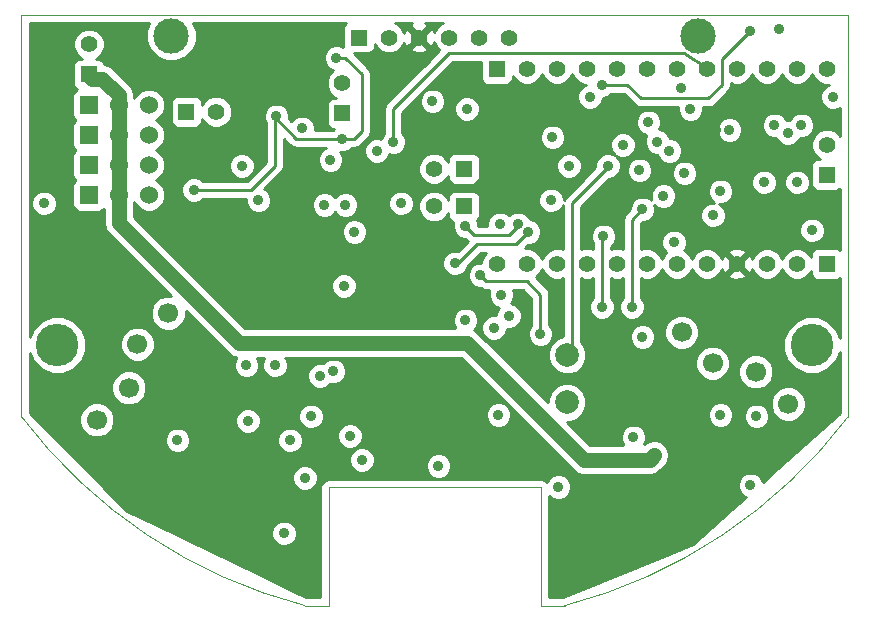
<source format=gbr>
G04 (created by PCBNEW (2013-07-07 BZR 4022)-stable) date 2/19/2015 5:20:46 AM*
%MOIN*%
G04 Gerber Fmt 3.4, Leading zero omitted, Abs format*
%FSLAX34Y34*%
G01*
G70*
G90*
G04 APERTURE LIST*
%ADD10C,0.00590551*%
%ADD11C,0.00393701*%
%ADD12R,0.055X0.055*%
%ADD13C,0.055*%
%ADD14R,0.06X0.06*%
%ADD15C,0.06*%
%ADD16C,0.0787*%
%ADD17C,0.141732*%
%ADD18C,0.11811*%
%ADD19C,0.0669291*%
%ADD20C,0.035*%
%ADD21C,0.01*%
%ADD22C,0.05*%
G04 APERTURE END LIST*
G54D10*
G54D11*
X102367Y-58653D02*
G75*
G02X92910Y-64961I-13785J10425D01*
G74*
G01*
X92913Y-64960D02*
X92125Y-64960D01*
X84251Y-64960D02*
X85039Y-64960D01*
X85039Y-61023D02*
X92125Y-61023D01*
X74797Y-58653D02*
G75*
G03X84255Y-64961I13785J10425D01*
G74*
G01*
X92125Y-61023D02*
X92125Y-64960D01*
X85039Y-61023D02*
X85039Y-64960D01*
X74803Y-58661D02*
X74803Y-45275D01*
X102362Y-45275D02*
X102362Y-58661D01*
X74803Y-45275D02*
X102362Y-45275D01*
G54D12*
X86053Y-46025D03*
G54D13*
X87053Y-46025D03*
X88053Y-46025D03*
X89053Y-46025D03*
X90053Y-46025D03*
X91053Y-46025D03*
G54D12*
X101650Y-50600D03*
G54D13*
X101650Y-49600D03*
G54D12*
X85500Y-48550D03*
G54D13*
X85500Y-47550D03*
G54D12*
X80300Y-48500D03*
G54D13*
X81300Y-48500D03*
G54D12*
X77050Y-47250D03*
G54D13*
X77050Y-46250D03*
G54D12*
X90650Y-47071D03*
G54D13*
X91650Y-47071D03*
X92650Y-47071D03*
X93650Y-47071D03*
X94650Y-47071D03*
X95650Y-47071D03*
X96650Y-47071D03*
X97650Y-47071D03*
X98650Y-47071D03*
X99650Y-47071D03*
X100650Y-47071D03*
X101650Y-47071D03*
G54D12*
X101650Y-53571D03*
G54D13*
X100650Y-53571D03*
X99650Y-53571D03*
X98650Y-53571D03*
X97650Y-53571D03*
X96650Y-53571D03*
X95650Y-53571D03*
X94650Y-53571D03*
X93650Y-53571D03*
X92650Y-53571D03*
X91650Y-53571D03*
X90650Y-53571D03*
G54D14*
X77053Y-51275D03*
G54D15*
X78053Y-51275D03*
X79053Y-51275D03*
G54D14*
X77053Y-50275D03*
G54D15*
X78053Y-50275D03*
X79053Y-50275D03*
G54D14*
X77053Y-49275D03*
G54D15*
X78053Y-49275D03*
X79053Y-49275D03*
G54D14*
X77053Y-48275D03*
G54D15*
X78053Y-48275D03*
X79053Y-48275D03*
G54D16*
X92987Y-58187D03*
X92987Y-56612D03*
G54D12*
X89550Y-50400D03*
G54D13*
X88550Y-50400D03*
G54D12*
X89550Y-51650D03*
G54D13*
X88550Y-51650D03*
G54D17*
X76000Y-56275D03*
X101150Y-56275D03*
G54D18*
X97350Y-45975D03*
X79800Y-45975D03*
G54D19*
X78668Y-56249D03*
X79698Y-55219D03*
X78384Y-57696D03*
X77313Y-58768D03*
X97837Y-56884D03*
X96807Y-55854D03*
X99285Y-57168D03*
X100357Y-58239D03*
G54D20*
X83300Y-48650D03*
X85500Y-49400D03*
X85300Y-46700D03*
X80550Y-51100D03*
X81400Y-46600D03*
X97950Y-49100D03*
X92650Y-52400D03*
X91750Y-47850D03*
X94550Y-59100D03*
X97650Y-61750D03*
X82250Y-60100D03*
X87450Y-58100D03*
X85250Y-52500D03*
X81850Y-58100D03*
X95700Y-48850D03*
X96800Y-47700D03*
X95400Y-50450D03*
X96200Y-51300D03*
X96400Y-49800D03*
X96000Y-49500D03*
X97850Y-51950D03*
X98100Y-51150D03*
X93050Y-50300D03*
X100350Y-49200D03*
X99900Y-48950D03*
X93750Y-48000D03*
X91350Y-52250D03*
X86650Y-49800D03*
X89600Y-52300D03*
X94850Y-49600D03*
X89250Y-53550D03*
X91700Y-52500D03*
X85100Y-50100D03*
X88500Y-48150D03*
X92500Y-49350D03*
X96900Y-50550D03*
X100800Y-48950D03*
X100650Y-50850D03*
X99550Y-50850D03*
X98400Y-49100D03*
X94350Y-50300D03*
X85600Y-51600D03*
X84900Y-51600D03*
X92100Y-55900D03*
X90100Y-53950D03*
X84250Y-60700D03*
X86150Y-60100D03*
X96550Y-52850D03*
X87200Y-49500D03*
X83250Y-56950D03*
X82150Y-50300D03*
X84150Y-49050D03*
X100050Y-45750D03*
X101850Y-48000D03*
X95200Y-59350D03*
X92450Y-51450D03*
X90800Y-54600D03*
X99300Y-58650D03*
X90700Y-58600D03*
X87450Y-51550D03*
X89650Y-48400D03*
X83550Y-62550D03*
X84450Y-58650D03*
X85900Y-52500D03*
X97100Y-48400D03*
X88700Y-60300D03*
X82300Y-56950D03*
X80000Y-59450D03*
X75550Y-51550D03*
X94150Y-55000D03*
X94200Y-52650D03*
X95500Y-56000D03*
X84750Y-57300D03*
X95150Y-55000D03*
X95500Y-51750D03*
X98100Y-58600D03*
X85550Y-54300D03*
X92700Y-61000D03*
X90550Y-55700D03*
X99100Y-60950D03*
X91050Y-55300D03*
X101150Y-52450D03*
X89600Y-55450D03*
X99100Y-45800D03*
X90750Y-52250D03*
X94150Y-47600D03*
X82350Y-58800D03*
X83750Y-59450D03*
X85750Y-59300D03*
X85200Y-57150D03*
X82700Y-56200D03*
X82700Y-51450D03*
X95900Y-59950D03*
X94700Y-60100D03*
G54D21*
X83250Y-50300D02*
X83250Y-48700D01*
X82450Y-51100D02*
X83250Y-50300D01*
X80550Y-51100D02*
X82450Y-51100D01*
X83250Y-48700D02*
X83300Y-48650D01*
X85300Y-46700D02*
X85600Y-46700D01*
X85900Y-49400D02*
X85500Y-49400D01*
X86150Y-49150D02*
X85900Y-49400D01*
X86150Y-47250D02*
X86150Y-49150D01*
X85600Y-46700D02*
X86150Y-47250D01*
X85300Y-46700D02*
X85300Y-46750D01*
X83300Y-48650D02*
X83300Y-48700D01*
X83950Y-49400D02*
X85500Y-49400D01*
X83300Y-48700D02*
X83950Y-49400D01*
X91350Y-52300D02*
X91050Y-52600D01*
X91050Y-52600D02*
X89900Y-52600D01*
X89900Y-52600D02*
X89600Y-52300D01*
X91350Y-52250D02*
X91350Y-52300D01*
X89250Y-53550D02*
X89350Y-53550D01*
X90000Y-52900D02*
X91300Y-52900D01*
X91300Y-52900D02*
X91700Y-52500D01*
X89350Y-53550D02*
X90000Y-52900D01*
X94350Y-50300D02*
X94350Y-50350D01*
X93150Y-56449D02*
X92987Y-56612D01*
X93150Y-51550D02*
X93150Y-56449D01*
X94350Y-50350D02*
X93150Y-51550D01*
X90100Y-53950D02*
X90300Y-54150D01*
X92100Y-54600D02*
X92100Y-55900D01*
X91650Y-54150D02*
X92100Y-54600D01*
X90300Y-54150D02*
X91650Y-54150D01*
X87200Y-48400D02*
X87200Y-49500D01*
X97650Y-47071D02*
X97650Y-47050D01*
X89050Y-46550D02*
X87200Y-48400D01*
X96900Y-46550D02*
X89050Y-46550D01*
X97650Y-47050D02*
X96900Y-46550D01*
X94150Y-55000D02*
X94150Y-52700D01*
X94150Y-52700D02*
X94200Y-52650D01*
X95150Y-52600D02*
X95150Y-52100D01*
X95150Y-55000D02*
X95150Y-52600D01*
X95150Y-52100D02*
X95500Y-51750D01*
X94150Y-47600D02*
X95000Y-47600D01*
X98150Y-46750D02*
X99100Y-45800D01*
X98150Y-47600D02*
X98150Y-46750D01*
X97700Y-48050D02*
X98150Y-47600D01*
X95450Y-48050D02*
X97700Y-48050D01*
X95000Y-47600D02*
X95450Y-48050D01*
G54D22*
X77156Y-47400D02*
X77500Y-47400D01*
X77053Y-47296D02*
X77156Y-47400D01*
G54D21*
X82050Y-56200D02*
X82700Y-56200D01*
X82050Y-56200D02*
X78053Y-52203D01*
X78053Y-52203D02*
X78053Y-51275D01*
X78053Y-50275D02*
X78053Y-51275D01*
X78053Y-48275D02*
X78053Y-49275D01*
G54D22*
X94700Y-60100D02*
X95750Y-60100D01*
X95750Y-60100D02*
X95900Y-59950D01*
X89650Y-56200D02*
X92800Y-59350D01*
X78053Y-52203D02*
X82050Y-56200D01*
X82050Y-56200D02*
X89650Y-56200D01*
X78053Y-52203D02*
X78053Y-51275D01*
X93550Y-60100D02*
X94350Y-60100D01*
X92800Y-59350D02*
X93550Y-60100D01*
X94700Y-60100D02*
X94350Y-60100D01*
X78053Y-48275D02*
X78053Y-51275D01*
X78053Y-47953D02*
X78053Y-48275D01*
X77500Y-47400D02*
X78053Y-47953D01*
G54D10*
G36*
X102092Y-58531D02*
X100942Y-59556D01*
X100942Y-58124D01*
X100853Y-57909D01*
X100688Y-57744D01*
X100474Y-57655D01*
X100241Y-57655D01*
X100026Y-57744D01*
X99870Y-57900D01*
X99870Y-57052D01*
X99781Y-56837D01*
X99617Y-56672D01*
X99402Y-56583D01*
X99169Y-56583D01*
X98954Y-56672D01*
X98947Y-56679D01*
X98947Y-53939D01*
X98650Y-53642D01*
X98579Y-53713D01*
X98579Y-53571D01*
X98282Y-53274D01*
X98190Y-53299D01*
X98151Y-53408D01*
X98095Y-53274D01*
X97948Y-53127D01*
X97755Y-53046D01*
X97546Y-53046D01*
X97353Y-53126D01*
X97325Y-53154D01*
X97325Y-50465D01*
X97260Y-50309D01*
X97141Y-50189D01*
X96984Y-50125D01*
X96825Y-50124D01*
X96825Y-49715D01*
X96760Y-49559D01*
X96641Y-49439D01*
X96484Y-49375D01*
X96408Y-49375D01*
X96360Y-49259D01*
X96241Y-49139D01*
X96084Y-49075D01*
X96066Y-49075D01*
X96124Y-48934D01*
X96125Y-48765D01*
X96060Y-48609D01*
X95941Y-48489D01*
X95784Y-48425D01*
X95615Y-48424D01*
X95459Y-48489D01*
X95339Y-48608D01*
X95275Y-48765D01*
X95274Y-48934D01*
X95339Y-49090D01*
X95458Y-49210D01*
X95615Y-49274D01*
X95633Y-49274D01*
X95575Y-49415D01*
X95574Y-49584D01*
X95639Y-49740D01*
X95758Y-49860D01*
X95915Y-49924D01*
X95991Y-49924D01*
X96039Y-50040D01*
X96158Y-50160D01*
X96315Y-50224D01*
X96484Y-50225D01*
X96640Y-50160D01*
X96760Y-50041D01*
X96824Y-49884D01*
X96825Y-49715D01*
X96825Y-50124D01*
X96815Y-50124D01*
X96659Y-50189D01*
X96539Y-50308D01*
X96475Y-50465D01*
X96474Y-50634D01*
X96539Y-50790D01*
X96658Y-50910D01*
X96815Y-50974D01*
X96984Y-50975D01*
X97140Y-50910D01*
X97260Y-50791D01*
X97324Y-50634D01*
X97325Y-50465D01*
X97325Y-53154D01*
X97205Y-53274D01*
X97150Y-53407D01*
X97095Y-53274D01*
X96948Y-53127D01*
X96895Y-53105D01*
X96910Y-53091D01*
X96974Y-52934D01*
X96975Y-52765D01*
X96910Y-52609D01*
X96791Y-52489D01*
X96634Y-52425D01*
X96465Y-52424D01*
X96309Y-52489D01*
X96189Y-52608D01*
X96125Y-52765D01*
X96124Y-52934D01*
X96189Y-53090D01*
X96289Y-53190D01*
X96205Y-53274D01*
X96150Y-53407D01*
X96095Y-53274D01*
X95948Y-53127D01*
X95755Y-53046D01*
X95546Y-53046D01*
X95450Y-53086D01*
X95450Y-52600D01*
X95450Y-52224D01*
X95499Y-52174D01*
X95584Y-52175D01*
X95740Y-52110D01*
X95860Y-51991D01*
X95924Y-51834D01*
X95925Y-51665D01*
X95897Y-51598D01*
X95958Y-51660D01*
X96115Y-51724D01*
X96284Y-51725D01*
X96440Y-51660D01*
X96560Y-51541D01*
X96624Y-51384D01*
X96625Y-51215D01*
X96560Y-51059D01*
X96441Y-50939D01*
X96284Y-50875D01*
X96115Y-50874D01*
X95959Y-50939D01*
X95839Y-51058D01*
X95825Y-51094D01*
X95825Y-50365D01*
X95760Y-50209D01*
X95641Y-50089D01*
X95484Y-50025D01*
X95315Y-50024D01*
X95159Y-50089D01*
X95039Y-50208D01*
X94975Y-50365D01*
X94974Y-50534D01*
X95039Y-50690D01*
X95158Y-50810D01*
X95315Y-50874D01*
X95484Y-50875D01*
X95640Y-50810D01*
X95760Y-50691D01*
X95824Y-50534D01*
X95825Y-50365D01*
X95825Y-51094D01*
X95775Y-51215D01*
X95774Y-51384D01*
X95802Y-51451D01*
X95741Y-51389D01*
X95584Y-51325D01*
X95415Y-51324D01*
X95259Y-51389D01*
X95139Y-51508D01*
X95075Y-51665D01*
X95074Y-51750D01*
X94937Y-51887D01*
X94872Y-51985D01*
X94850Y-52100D01*
X94850Y-52600D01*
X94850Y-53086D01*
X94755Y-53046D01*
X94546Y-53046D01*
X94450Y-53086D01*
X94450Y-53000D01*
X94560Y-52891D01*
X94624Y-52734D01*
X94625Y-52565D01*
X94560Y-52409D01*
X94441Y-52289D01*
X94284Y-52225D01*
X94115Y-52224D01*
X93959Y-52289D01*
X93839Y-52408D01*
X93775Y-52565D01*
X93774Y-52734D01*
X93839Y-52890D01*
X93850Y-52900D01*
X93850Y-53086D01*
X93755Y-53046D01*
X93546Y-53046D01*
X93450Y-53086D01*
X93450Y-51674D01*
X94399Y-50725D01*
X94434Y-50725D01*
X94590Y-50660D01*
X94710Y-50541D01*
X94774Y-50384D01*
X94775Y-50215D01*
X94710Y-50059D01*
X94612Y-49961D01*
X94765Y-50024D01*
X94934Y-50025D01*
X95090Y-49960D01*
X95210Y-49841D01*
X95274Y-49684D01*
X95275Y-49515D01*
X95210Y-49359D01*
X95091Y-49239D01*
X94934Y-49175D01*
X94765Y-49174D01*
X94609Y-49239D01*
X94489Y-49358D01*
X94425Y-49515D01*
X94424Y-49684D01*
X94489Y-49840D01*
X94587Y-49938D01*
X94434Y-49875D01*
X94265Y-49874D01*
X94109Y-49939D01*
X93989Y-50058D01*
X93925Y-50215D01*
X93924Y-50350D01*
X93475Y-50800D01*
X93475Y-50215D01*
X93410Y-50059D01*
X93291Y-49939D01*
X93134Y-49875D01*
X92965Y-49874D01*
X92925Y-49891D01*
X92925Y-49265D01*
X92860Y-49109D01*
X92741Y-48989D01*
X92584Y-48925D01*
X92415Y-48924D01*
X92259Y-48989D01*
X92139Y-49108D01*
X92075Y-49265D01*
X92074Y-49434D01*
X92139Y-49590D01*
X92258Y-49710D01*
X92415Y-49774D01*
X92584Y-49775D01*
X92740Y-49710D01*
X92860Y-49591D01*
X92924Y-49434D01*
X92925Y-49265D01*
X92925Y-49891D01*
X92809Y-49939D01*
X92689Y-50058D01*
X92625Y-50215D01*
X92624Y-50384D01*
X92689Y-50540D01*
X92808Y-50660D01*
X92965Y-50724D01*
X93134Y-50725D01*
X93290Y-50660D01*
X93410Y-50541D01*
X93474Y-50384D01*
X93475Y-50215D01*
X93475Y-50800D01*
X92937Y-51337D01*
X92875Y-51431D01*
X92875Y-51365D01*
X92810Y-51209D01*
X92691Y-51089D01*
X92534Y-51025D01*
X92365Y-51024D01*
X92209Y-51089D01*
X92089Y-51208D01*
X92025Y-51365D01*
X92024Y-51534D01*
X92089Y-51690D01*
X92208Y-51810D01*
X92365Y-51874D01*
X92534Y-51875D01*
X92690Y-51810D01*
X92810Y-51691D01*
X92850Y-51594D01*
X92850Y-53086D01*
X92755Y-53046D01*
X92546Y-53046D01*
X92353Y-53126D01*
X92205Y-53274D01*
X92150Y-53407D01*
X92095Y-53274D01*
X91948Y-53127D01*
X91755Y-53046D01*
X91577Y-53046D01*
X91699Y-52924D01*
X91784Y-52925D01*
X91940Y-52860D01*
X92060Y-52741D01*
X92124Y-52584D01*
X92125Y-52415D01*
X92060Y-52259D01*
X91941Y-52139D01*
X91784Y-52075D01*
X91737Y-52075D01*
X91710Y-52009D01*
X91591Y-51889D01*
X91434Y-51825D01*
X91265Y-51824D01*
X91109Y-51889D01*
X91050Y-51948D01*
X90991Y-51889D01*
X90834Y-51825D01*
X90665Y-51824D01*
X90509Y-51889D01*
X90389Y-52008D01*
X90325Y-52165D01*
X90324Y-52300D01*
X90075Y-52300D01*
X90075Y-48315D01*
X90010Y-48159D01*
X89891Y-48039D01*
X89734Y-47975D01*
X89565Y-47974D01*
X89409Y-48039D01*
X89289Y-48158D01*
X89225Y-48315D01*
X89224Y-48484D01*
X89289Y-48640D01*
X89408Y-48760D01*
X89565Y-48824D01*
X89734Y-48825D01*
X89890Y-48760D01*
X90010Y-48641D01*
X90074Y-48484D01*
X90075Y-48315D01*
X90075Y-52300D01*
X90025Y-52300D01*
X90025Y-52215D01*
X89984Y-52118D01*
X90036Y-52066D01*
X90074Y-51974D01*
X90075Y-51875D01*
X90075Y-51325D01*
X90075Y-50625D01*
X90075Y-50075D01*
X90037Y-49983D01*
X89966Y-49913D01*
X89874Y-49875D01*
X89775Y-49874D01*
X89225Y-49874D01*
X89133Y-49912D01*
X89063Y-49983D01*
X89025Y-50075D01*
X89024Y-50174D01*
X89024Y-50174D01*
X88995Y-50103D01*
X88925Y-50032D01*
X88925Y-48065D01*
X88860Y-47909D01*
X88741Y-47789D01*
X88584Y-47725D01*
X88415Y-47724D01*
X88259Y-47789D01*
X88139Y-47908D01*
X88075Y-48065D01*
X88074Y-48234D01*
X88139Y-48390D01*
X88258Y-48510D01*
X88415Y-48574D01*
X88584Y-48575D01*
X88740Y-48510D01*
X88860Y-48391D01*
X88924Y-48234D01*
X88925Y-48065D01*
X88925Y-50032D01*
X88847Y-49955D01*
X88654Y-49875D01*
X88446Y-49874D01*
X88253Y-49954D01*
X88105Y-50102D01*
X88025Y-50295D01*
X88024Y-50503D01*
X88104Y-50697D01*
X88252Y-50844D01*
X88445Y-50924D01*
X88653Y-50925D01*
X88847Y-50845D01*
X88994Y-50697D01*
X89024Y-50625D01*
X89024Y-50724D01*
X89062Y-50816D01*
X89133Y-50886D01*
X89225Y-50924D01*
X89324Y-50925D01*
X89874Y-50925D01*
X89966Y-50887D01*
X90036Y-50816D01*
X90074Y-50724D01*
X90075Y-50625D01*
X90075Y-51325D01*
X90037Y-51233D01*
X89966Y-51163D01*
X89874Y-51125D01*
X89775Y-51124D01*
X89225Y-51124D01*
X89133Y-51162D01*
X89063Y-51233D01*
X89025Y-51325D01*
X89024Y-51424D01*
X89024Y-51424D01*
X88995Y-51353D01*
X88847Y-51205D01*
X88654Y-51125D01*
X88446Y-51124D01*
X88253Y-51204D01*
X88105Y-51352D01*
X88025Y-51545D01*
X88024Y-51753D01*
X88104Y-51947D01*
X88252Y-52094D01*
X88445Y-52174D01*
X88653Y-52175D01*
X88847Y-52095D01*
X88994Y-51947D01*
X89024Y-51875D01*
X89024Y-51974D01*
X89062Y-52066D01*
X89133Y-52136D01*
X89196Y-52163D01*
X89175Y-52215D01*
X89174Y-52384D01*
X89239Y-52540D01*
X89358Y-52660D01*
X89515Y-52724D01*
X89600Y-52725D01*
X89675Y-52800D01*
X89346Y-53129D01*
X89334Y-53125D01*
X89165Y-53124D01*
X89009Y-53189D01*
X88889Y-53308D01*
X88825Y-53465D01*
X88824Y-53634D01*
X88889Y-53790D01*
X89008Y-53910D01*
X89165Y-53974D01*
X89334Y-53975D01*
X89490Y-53910D01*
X89610Y-53791D01*
X89664Y-53659D01*
X90124Y-53200D01*
X90279Y-53200D01*
X90205Y-53274D01*
X90125Y-53466D01*
X90125Y-53525D01*
X90015Y-53524D01*
X89859Y-53589D01*
X89739Y-53708D01*
X89675Y-53865D01*
X89674Y-54034D01*
X89739Y-54190D01*
X89858Y-54310D01*
X90015Y-54374D01*
X90107Y-54375D01*
X90107Y-54375D01*
X90185Y-54427D01*
X90300Y-54450D01*
X90402Y-54450D01*
X90375Y-54515D01*
X90374Y-54684D01*
X90439Y-54840D01*
X90558Y-54960D01*
X90715Y-55024D01*
X90723Y-55024D01*
X90689Y-55058D01*
X90625Y-55215D01*
X90625Y-55275D01*
X90465Y-55274D01*
X90309Y-55339D01*
X90189Y-55458D01*
X90125Y-55615D01*
X90124Y-55784D01*
X90189Y-55940D01*
X90308Y-56060D01*
X90465Y-56124D01*
X90634Y-56125D01*
X90790Y-56060D01*
X90910Y-55941D01*
X90974Y-55784D01*
X90974Y-55724D01*
X91134Y-55725D01*
X91290Y-55660D01*
X91410Y-55541D01*
X91474Y-55384D01*
X91475Y-55215D01*
X91410Y-55059D01*
X91291Y-54939D01*
X91134Y-54875D01*
X91126Y-54875D01*
X91160Y-54841D01*
X91224Y-54684D01*
X91225Y-54515D01*
X91197Y-54450D01*
X91525Y-54450D01*
X91800Y-54724D01*
X91800Y-55598D01*
X91739Y-55658D01*
X91675Y-55815D01*
X91674Y-55984D01*
X91739Y-56140D01*
X91858Y-56260D01*
X92015Y-56324D01*
X92184Y-56325D01*
X92340Y-56260D01*
X92460Y-56141D01*
X92524Y-55984D01*
X92525Y-55815D01*
X92460Y-55659D01*
X92400Y-55598D01*
X92400Y-54600D01*
X92377Y-54485D01*
X92312Y-54387D01*
X91943Y-54018D01*
X91947Y-54017D01*
X92095Y-53869D01*
X92150Y-53736D01*
X92205Y-53868D01*
X92352Y-54016D01*
X92545Y-54096D01*
X92754Y-54096D01*
X92850Y-54057D01*
X92850Y-55972D01*
X92622Y-56066D01*
X92441Y-56247D01*
X92343Y-56484D01*
X92343Y-56740D01*
X92441Y-56976D01*
X92622Y-57157D01*
X92858Y-57255D01*
X93114Y-57256D01*
X93351Y-57158D01*
X93532Y-56977D01*
X93630Y-56741D01*
X93630Y-56485D01*
X93532Y-56248D01*
X93450Y-56165D01*
X93450Y-54057D01*
X93545Y-54096D01*
X93754Y-54096D01*
X93850Y-54057D01*
X93850Y-54698D01*
X93789Y-54758D01*
X93725Y-54915D01*
X93724Y-55084D01*
X93789Y-55240D01*
X93908Y-55360D01*
X94065Y-55424D01*
X94234Y-55425D01*
X94390Y-55360D01*
X94510Y-55241D01*
X94574Y-55084D01*
X94575Y-54915D01*
X94510Y-54759D01*
X94450Y-54698D01*
X94450Y-54057D01*
X94545Y-54096D01*
X94754Y-54096D01*
X94850Y-54057D01*
X94850Y-54698D01*
X94789Y-54758D01*
X94725Y-54915D01*
X94724Y-55084D01*
X94789Y-55240D01*
X94908Y-55360D01*
X95065Y-55424D01*
X95234Y-55425D01*
X95390Y-55360D01*
X95510Y-55241D01*
X95574Y-55084D01*
X95575Y-54915D01*
X95510Y-54759D01*
X95450Y-54698D01*
X95450Y-54057D01*
X95545Y-54096D01*
X95754Y-54096D01*
X95947Y-54017D01*
X96095Y-53869D01*
X96150Y-53736D01*
X96205Y-53868D01*
X96352Y-54016D01*
X96545Y-54096D01*
X96754Y-54096D01*
X96947Y-54017D01*
X97095Y-53869D01*
X97150Y-53736D01*
X97205Y-53868D01*
X97352Y-54016D01*
X97545Y-54096D01*
X97754Y-54096D01*
X97947Y-54017D01*
X98095Y-53869D01*
X98147Y-53743D01*
X98190Y-53844D01*
X98282Y-53868D01*
X98579Y-53571D01*
X98579Y-53713D01*
X98353Y-53939D01*
X98377Y-54032D01*
X98574Y-54101D01*
X98783Y-54090D01*
X98923Y-54032D01*
X98947Y-53939D01*
X98947Y-56679D01*
X98790Y-56836D01*
X98700Y-57051D01*
X98700Y-57283D01*
X98789Y-57498D01*
X98953Y-57663D01*
X99168Y-57752D01*
X99401Y-57752D01*
X99616Y-57664D01*
X99780Y-57499D01*
X99870Y-57285D01*
X99870Y-57052D01*
X99870Y-57900D01*
X99861Y-57908D01*
X99772Y-58123D01*
X99772Y-58355D01*
X99861Y-58570D01*
X100025Y-58735D01*
X100240Y-58824D01*
X100473Y-58824D01*
X100688Y-58735D01*
X100852Y-58571D01*
X100941Y-58356D01*
X100942Y-58124D01*
X100942Y-59556D01*
X99725Y-60640D01*
X99725Y-58565D01*
X99660Y-58409D01*
X99541Y-58289D01*
X99384Y-58225D01*
X99215Y-58224D01*
X99059Y-58289D01*
X98939Y-58408D01*
X98875Y-58565D01*
X98874Y-58734D01*
X98939Y-58890D01*
X99058Y-59010D01*
X99215Y-59074D01*
X99384Y-59075D01*
X99540Y-59010D01*
X99660Y-58891D01*
X99724Y-58734D01*
X99725Y-58565D01*
X99725Y-60640D01*
X99510Y-60831D01*
X99460Y-60709D01*
X99341Y-60589D01*
X99184Y-60525D01*
X99015Y-60524D01*
X98859Y-60589D01*
X98739Y-60708D01*
X98675Y-60865D01*
X98674Y-61034D01*
X98739Y-61190D01*
X98858Y-61310D01*
X98937Y-61342D01*
X98525Y-61709D01*
X98525Y-58515D01*
X98460Y-58359D01*
X98422Y-58321D01*
X98422Y-56768D01*
X98333Y-56553D01*
X98169Y-56388D01*
X97954Y-56299D01*
X97722Y-56299D01*
X97507Y-56388D01*
X97392Y-56502D01*
X97392Y-55738D01*
X97303Y-55523D01*
X97139Y-55358D01*
X96924Y-55269D01*
X96692Y-55269D01*
X96477Y-55358D01*
X96312Y-55522D01*
X96223Y-55737D01*
X96223Y-55969D01*
X96311Y-56184D01*
X96476Y-56349D01*
X96691Y-56438D01*
X96923Y-56438D01*
X97138Y-56350D01*
X97303Y-56185D01*
X97392Y-55971D01*
X97392Y-55738D01*
X97392Y-56502D01*
X97342Y-56552D01*
X97253Y-56767D01*
X97253Y-57000D01*
X97341Y-57214D01*
X97506Y-57379D01*
X97721Y-57468D01*
X97953Y-57468D01*
X98168Y-57380D01*
X98333Y-57215D01*
X98422Y-57001D01*
X98422Y-56768D01*
X98422Y-58321D01*
X98341Y-58239D01*
X98184Y-58175D01*
X98015Y-58174D01*
X97859Y-58239D01*
X97739Y-58358D01*
X97675Y-58515D01*
X97674Y-58684D01*
X97739Y-58840D01*
X97858Y-58960D01*
X98015Y-59024D01*
X98184Y-59025D01*
X98340Y-58960D01*
X98460Y-58841D01*
X98524Y-58684D01*
X98525Y-58515D01*
X98525Y-61709D01*
X97193Y-62895D01*
X96400Y-63224D01*
X96400Y-59950D01*
X96361Y-59758D01*
X96253Y-59596D01*
X96091Y-59488D01*
X95925Y-59454D01*
X95925Y-55915D01*
X95860Y-55759D01*
X95741Y-55639D01*
X95584Y-55575D01*
X95415Y-55574D01*
X95259Y-55639D01*
X95139Y-55758D01*
X95075Y-55915D01*
X95074Y-56084D01*
X95139Y-56240D01*
X95258Y-56360D01*
X95415Y-56424D01*
X95584Y-56425D01*
X95740Y-56360D01*
X95860Y-56241D01*
X95924Y-56084D01*
X95925Y-55915D01*
X95925Y-59454D01*
X95900Y-59450D01*
X95708Y-59488D01*
X95562Y-59585D01*
X95624Y-59434D01*
X95625Y-59265D01*
X95560Y-59109D01*
X95441Y-58989D01*
X95284Y-58925D01*
X95115Y-58924D01*
X94959Y-58989D01*
X94839Y-59108D01*
X94775Y-59265D01*
X94774Y-59434D01*
X94839Y-59590D01*
X94849Y-59600D01*
X94700Y-59600D01*
X94350Y-59600D01*
X93757Y-59600D01*
X93153Y-58996D01*
X93153Y-58996D01*
X92988Y-58830D01*
X93114Y-58831D01*
X93351Y-58733D01*
X93532Y-58552D01*
X93630Y-58315D01*
X93630Y-58059D01*
X93532Y-57823D01*
X93351Y-57642D01*
X93115Y-57544D01*
X92859Y-57543D01*
X92622Y-57641D01*
X92441Y-57822D01*
X92343Y-58058D01*
X92343Y-58186D01*
X90003Y-55846D01*
X89884Y-55766D01*
X89960Y-55691D01*
X90024Y-55534D01*
X90025Y-55365D01*
X89960Y-55209D01*
X89841Y-55089D01*
X89684Y-55025D01*
X89515Y-55024D01*
X89359Y-55089D01*
X89239Y-55208D01*
X89175Y-55365D01*
X89174Y-55534D01*
X89239Y-55690D01*
X89249Y-55700D01*
X87875Y-55700D01*
X87875Y-51465D01*
X87810Y-51309D01*
X87691Y-51189D01*
X87534Y-51125D01*
X87365Y-51124D01*
X87209Y-51189D01*
X87089Y-51308D01*
X87025Y-51465D01*
X87024Y-51634D01*
X87089Y-51790D01*
X87208Y-51910D01*
X87365Y-51974D01*
X87534Y-51975D01*
X87690Y-51910D01*
X87810Y-51791D01*
X87874Y-51634D01*
X87875Y-51465D01*
X87875Y-55700D01*
X86325Y-55700D01*
X86325Y-52415D01*
X86260Y-52259D01*
X86141Y-52139D01*
X86025Y-52091D01*
X86025Y-51515D01*
X85960Y-51359D01*
X85841Y-51239D01*
X85684Y-51175D01*
X85515Y-51174D01*
X85359Y-51239D01*
X85249Y-51348D01*
X85141Y-51239D01*
X84984Y-51175D01*
X84815Y-51174D01*
X84659Y-51239D01*
X84539Y-51358D01*
X84475Y-51515D01*
X84474Y-51684D01*
X84539Y-51840D01*
X84658Y-51960D01*
X84815Y-52024D01*
X84984Y-52025D01*
X85140Y-51960D01*
X85250Y-51851D01*
X85358Y-51960D01*
X85515Y-52024D01*
X85684Y-52025D01*
X85840Y-51960D01*
X85960Y-51841D01*
X86024Y-51684D01*
X86025Y-51515D01*
X86025Y-52091D01*
X85984Y-52075D01*
X85815Y-52074D01*
X85659Y-52139D01*
X85539Y-52258D01*
X85475Y-52415D01*
X85474Y-52584D01*
X85539Y-52740D01*
X85658Y-52860D01*
X85815Y-52924D01*
X85984Y-52925D01*
X86140Y-52860D01*
X86260Y-52741D01*
X86324Y-52584D01*
X86325Y-52415D01*
X86325Y-55700D01*
X85975Y-55700D01*
X85975Y-54215D01*
X85910Y-54059D01*
X85791Y-53939D01*
X85634Y-53875D01*
X85465Y-53874D01*
X85309Y-53939D01*
X85189Y-54058D01*
X85125Y-54215D01*
X85124Y-54384D01*
X85189Y-54540D01*
X85308Y-54660D01*
X85465Y-54724D01*
X85634Y-54725D01*
X85790Y-54660D01*
X85910Y-54541D01*
X85974Y-54384D01*
X85975Y-54215D01*
X85975Y-55700D01*
X82257Y-55700D01*
X78553Y-51996D01*
X78553Y-51505D01*
X78586Y-51586D01*
X78741Y-51741D01*
X78943Y-51825D01*
X79162Y-51825D01*
X79364Y-51742D01*
X79519Y-51587D01*
X79603Y-51385D01*
X79603Y-51166D01*
X79519Y-50964D01*
X79365Y-50809D01*
X79283Y-50775D01*
X79364Y-50742D01*
X79519Y-50587D01*
X79603Y-50385D01*
X79603Y-50166D01*
X79519Y-49964D01*
X79365Y-49809D01*
X79283Y-49775D01*
X79364Y-49742D01*
X79519Y-49587D01*
X79603Y-49385D01*
X79603Y-49166D01*
X79519Y-48964D01*
X79365Y-48809D01*
X79283Y-48775D01*
X79364Y-48742D01*
X79519Y-48587D01*
X79603Y-48385D01*
X79603Y-48166D01*
X79519Y-47964D01*
X79365Y-47809D01*
X79163Y-47725D01*
X78944Y-47725D01*
X78742Y-47809D01*
X78587Y-47963D01*
X78553Y-48045D01*
X78553Y-48045D01*
X78553Y-47953D01*
X78553Y-47953D01*
X78553Y-47953D01*
X78515Y-47761D01*
X78406Y-47599D01*
X77853Y-47046D01*
X77691Y-46938D01*
X77570Y-46913D01*
X77537Y-46833D01*
X77466Y-46763D01*
X77374Y-46725D01*
X77275Y-46724D01*
X77275Y-46724D01*
X77347Y-46695D01*
X77494Y-46547D01*
X77574Y-46354D01*
X77575Y-46146D01*
X77495Y-45953D01*
X77347Y-45805D01*
X77154Y-45725D01*
X76946Y-45724D01*
X76753Y-45804D01*
X76605Y-45952D01*
X76525Y-46145D01*
X76524Y-46353D01*
X76604Y-46547D01*
X76752Y-46694D01*
X76824Y-46724D01*
X76725Y-46724D01*
X76633Y-46762D01*
X76563Y-46833D01*
X76525Y-46925D01*
X76524Y-47024D01*
X76524Y-47574D01*
X76562Y-47666D01*
X76633Y-47736D01*
X76654Y-47745D01*
X76611Y-47763D01*
X76541Y-47833D01*
X76503Y-47925D01*
X76503Y-48025D01*
X76503Y-48625D01*
X76541Y-48717D01*
X76599Y-48775D01*
X76541Y-48833D01*
X76503Y-48925D01*
X76503Y-49025D01*
X76503Y-49625D01*
X76541Y-49717D01*
X76599Y-49775D01*
X76541Y-49833D01*
X76503Y-49925D01*
X76503Y-50025D01*
X76503Y-50625D01*
X76541Y-50717D01*
X76599Y-50775D01*
X76541Y-50833D01*
X76503Y-50925D01*
X76503Y-51025D01*
X76503Y-51625D01*
X76541Y-51717D01*
X76611Y-51787D01*
X76703Y-51825D01*
X76802Y-51825D01*
X77402Y-51825D01*
X77494Y-51787D01*
X77553Y-51729D01*
X77553Y-52203D01*
X77553Y-52203D01*
X77591Y-52394D01*
X77699Y-52556D01*
X79777Y-54634D01*
X79583Y-54634D01*
X79368Y-54723D01*
X79203Y-54887D01*
X79114Y-55102D01*
X79114Y-55335D01*
X79203Y-55549D01*
X79367Y-55714D01*
X79582Y-55803D01*
X79814Y-55803D01*
X80029Y-55715D01*
X80194Y-55550D01*
X80283Y-55336D01*
X80283Y-55140D01*
X81696Y-56553D01*
X81858Y-56661D01*
X81965Y-56683D01*
X81939Y-56708D01*
X81875Y-56865D01*
X81874Y-57034D01*
X81939Y-57190D01*
X82058Y-57310D01*
X82215Y-57374D01*
X82384Y-57375D01*
X82540Y-57310D01*
X82660Y-57191D01*
X82724Y-57034D01*
X82725Y-56865D01*
X82660Y-56709D01*
X82650Y-56700D01*
X82898Y-56700D01*
X82889Y-56708D01*
X82825Y-56865D01*
X82824Y-57034D01*
X82889Y-57190D01*
X83008Y-57310D01*
X83165Y-57374D01*
X83334Y-57375D01*
X83490Y-57310D01*
X83610Y-57191D01*
X83674Y-57034D01*
X83675Y-56865D01*
X83610Y-56709D01*
X83600Y-56700D01*
X89442Y-56700D01*
X92446Y-59703D01*
X92446Y-59703D01*
X93196Y-60453D01*
X93196Y-60453D01*
X93358Y-60561D01*
X93358Y-60561D01*
X93511Y-60592D01*
X93549Y-60600D01*
X93549Y-60599D01*
X93550Y-60600D01*
X94350Y-60600D01*
X94700Y-60600D01*
X95749Y-60600D01*
X95750Y-60600D01*
X95750Y-60600D01*
X95941Y-60561D01*
X96103Y-60453D01*
X96253Y-60303D01*
X96361Y-60141D01*
X96400Y-59950D01*
X96400Y-63224D01*
X92859Y-64690D01*
X92395Y-64690D01*
X92395Y-61296D01*
X92458Y-61360D01*
X92615Y-61424D01*
X92784Y-61425D01*
X92940Y-61360D01*
X93060Y-61241D01*
X93124Y-61084D01*
X93125Y-60915D01*
X93060Y-60759D01*
X92941Y-60639D01*
X92784Y-60575D01*
X92615Y-60574D01*
X92459Y-60639D01*
X92339Y-60758D01*
X92310Y-60829D01*
X92229Y-60774D01*
X92125Y-60753D01*
X91125Y-60753D01*
X91125Y-58515D01*
X91060Y-58359D01*
X90941Y-58239D01*
X90784Y-58175D01*
X90615Y-58174D01*
X90459Y-58239D01*
X90339Y-58358D01*
X90275Y-58515D01*
X90274Y-58684D01*
X90339Y-58840D01*
X90458Y-58960D01*
X90615Y-59024D01*
X90784Y-59025D01*
X90940Y-58960D01*
X91060Y-58841D01*
X91124Y-58684D01*
X91125Y-58515D01*
X91125Y-60753D01*
X89125Y-60753D01*
X89125Y-60215D01*
X89060Y-60059D01*
X88941Y-59939D01*
X88784Y-59875D01*
X88615Y-59874D01*
X88459Y-59939D01*
X88339Y-60058D01*
X88275Y-60215D01*
X88274Y-60384D01*
X88339Y-60540D01*
X88458Y-60660D01*
X88615Y-60724D01*
X88784Y-60725D01*
X88940Y-60660D01*
X89060Y-60541D01*
X89124Y-60384D01*
X89125Y-60215D01*
X89125Y-60753D01*
X86575Y-60753D01*
X86575Y-60015D01*
X86510Y-59859D01*
X86391Y-59739D01*
X86234Y-59675D01*
X86175Y-59675D01*
X86175Y-59215D01*
X86110Y-59059D01*
X85991Y-58939D01*
X85834Y-58875D01*
X85665Y-58874D01*
X85625Y-58891D01*
X85625Y-57065D01*
X85560Y-56909D01*
X85441Y-56789D01*
X85284Y-56725D01*
X85115Y-56724D01*
X84959Y-56789D01*
X84862Y-56886D01*
X84834Y-56875D01*
X84665Y-56874D01*
X84509Y-56939D01*
X84389Y-57058D01*
X84325Y-57215D01*
X84324Y-57384D01*
X84389Y-57540D01*
X84508Y-57660D01*
X84665Y-57724D01*
X84834Y-57725D01*
X84990Y-57660D01*
X85087Y-57563D01*
X85115Y-57574D01*
X85284Y-57575D01*
X85440Y-57510D01*
X85560Y-57391D01*
X85624Y-57234D01*
X85625Y-57065D01*
X85625Y-58891D01*
X85509Y-58939D01*
X85389Y-59058D01*
X85325Y-59215D01*
X85324Y-59384D01*
X85389Y-59540D01*
X85508Y-59660D01*
X85665Y-59724D01*
X85834Y-59725D01*
X85990Y-59660D01*
X86110Y-59541D01*
X86174Y-59384D01*
X86175Y-59215D01*
X86175Y-59675D01*
X86065Y-59674D01*
X85909Y-59739D01*
X85789Y-59858D01*
X85725Y-60015D01*
X85724Y-60184D01*
X85789Y-60340D01*
X85908Y-60460D01*
X86065Y-60524D01*
X86234Y-60525D01*
X86390Y-60460D01*
X86510Y-60341D01*
X86574Y-60184D01*
X86575Y-60015D01*
X86575Y-60753D01*
X85039Y-60753D01*
X84936Y-60774D01*
X84875Y-60815D01*
X84875Y-58565D01*
X84810Y-58409D01*
X84691Y-58289D01*
X84534Y-58225D01*
X84365Y-58224D01*
X84209Y-58289D01*
X84089Y-58408D01*
X84025Y-58565D01*
X84024Y-58734D01*
X84089Y-58890D01*
X84208Y-59010D01*
X84365Y-59074D01*
X84534Y-59075D01*
X84690Y-59010D01*
X84810Y-58891D01*
X84874Y-58734D01*
X84875Y-58565D01*
X84875Y-60815D01*
X84848Y-60832D01*
X84790Y-60920D01*
X84769Y-61023D01*
X84769Y-64690D01*
X84675Y-64690D01*
X84675Y-60615D01*
X84610Y-60459D01*
X84491Y-60339D01*
X84334Y-60275D01*
X84175Y-60274D01*
X84175Y-59365D01*
X84110Y-59209D01*
X83991Y-59089D01*
X83834Y-59025D01*
X83665Y-59024D01*
X83509Y-59089D01*
X83389Y-59208D01*
X83325Y-59365D01*
X83324Y-59534D01*
X83389Y-59690D01*
X83508Y-59810D01*
X83665Y-59874D01*
X83834Y-59875D01*
X83990Y-59810D01*
X84110Y-59691D01*
X84174Y-59534D01*
X84175Y-59365D01*
X84175Y-60274D01*
X84165Y-60274D01*
X84009Y-60339D01*
X83889Y-60458D01*
X83825Y-60615D01*
X83824Y-60784D01*
X83889Y-60940D01*
X84008Y-61060D01*
X84165Y-61124D01*
X84334Y-61125D01*
X84490Y-61060D01*
X84610Y-60941D01*
X84674Y-60784D01*
X84675Y-60615D01*
X84675Y-64690D01*
X84303Y-64690D01*
X83975Y-64532D01*
X83975Y-62465D01*
X83910Y-62309D01*
X83791Y-62189D01*
X83634Y-62125D01*
X83465Y-62124D01*
X83309Y-62189D01*
X83189Y-62308D01*
X83125Y-62465D01*
X83124Y-62634D01*
X83189Y-62790D01*
X83308Y-62910D01*
X83465Y-62974D01*
X83634Y-62975D01*
X83790Y-62910D01*
X83910Y-62791D01*
X83974Y-62634D01*
X83975Y-62465D01*
X83975Y-64532D01*
X82775Y-63952D01*
X82775Y-58715D01*
X82710Y-58559D01*
X82591Y-58439D01*
X82434Y-58375D01*
X82265Y-58374D01*
X82109Y-58439D01*
X81989Y-58558D01*
X81925Y-58715D01*
X81924Y-58884D01*
X81989Y-59040D01*
X82108Y-59160D01*
X82265Y-59224D01*
X82434Y-59225D01*
X82590Y-59160D01*
X82710Y-59041D01*
X82774Y-58884D01*
X82775Y-58715D01*
X82775Y-63952D01*
X80425Y-62816D01*
X80425Y-59365D01*
X80360Y-59209D01*
X80241Y-59089D01*
X80084Y-59025D01*
X79915Y-59024D01*
X79759Y-59089D01*
X79639Y-59208D01*
X79575Y-59365D01*
X79574Y-59534D01*
X79639Y-59690D01*
X79758Y-59810D01*
X79915Y-59874D01*
X80084Y-59875D01*
X80240Y-59810D01*
X80360Y-59691D01*
X80424Y-59534D01*
X80425Y-59365D01*
X80425Y-62816D01*
X79253Y-62249D01*
X79253Y-56133D01*
X79164Y-55918D01*
X79000Y-55753D01*
X78785Y-55664D01*
X78553Y-55664D01*
X78338Y-55753D01*
X78173Y-55917D01*
X78084Y-56132D01*
X78084Y-56365D01*
X78172Y-56580D01*
X78337Y-56744D01*
X78552Y-56833D01*
X78784Y-56834D01*
X78999Y-56745D01*
X79164Y-56580D01*
X79253Y-56366D01*
X79253Y-56133D01*
X79253Y-62249D01*
X78969Y-62112D01*
X78969Y-57581D01*
X78880Y-57366D01*
X78716Y-57201D01*
X78501Y-57112D01*
X78269Y-57112D01*
X78054Y-57200D01*
X77889Y-57365D01*
X77800Y-57580D01*
X77800Y-57812D01*
X77889Y-58027D01*
X78053Y-58192D01*
X78268Y-58281D01*
X78500Y-58281D01*
X78715Y-58192D01*
X78880Y-58028D01*
X78969Y-57813D01*
X78969Y-57581D01*
X78969Y-62112D01*
X78328Y-61802D01*
X77897Y-61372D01*
X77897Y-58652D01*
X77809Y-58437D01*
X77644Y-58273D01*
X77429Y-58184D01*
X77197Y-58183D01*
X76982Y-58272D01*
X76817Y-58437D01*
X76728Y-58651D01*
X76728Y-58884D01*
X76817Y-59099D01*
X76981Y-59264D01*
X77196Y-59353D01*
X77428Y-59353D01*
X77643Y-59264D01*
X77808Y-59100D01*
X77897Y-58885D01*
X77897Y-58652D01*
X77897Y-61372D01*
X75072Y-58547D01*
X75072Y-56541D01*
X75186Y-56817D01*
X75456Y-57087D01*
X75808Y-57233D01*
X76189Y-57233D01*
X76542Y-57088D01*
X76812Y-56818D01*
X76958Y-56466D01*
X76958Y-56085D01*
X76813Y-55732D01*
X76543Y-55462D01*
X76191Y-55316D01*
X75975Y-55316D01*
X75975Y-51465D01*
X75910Y-51309D01*
X75791Y-51189D01*
X75634Y-51125D01*
X75465Y-51124D01*
X75309Y-51189D01*
X75189Y-51308D01*
X75125Y-51465D01*
X75124Y-51634D01*
X75189Y-51790D01*
X75308Y-51910D01*
X75465Y-51974D01*
X75634Y-51975D01*
X75790Y-51910D01*
X75910Y-51791D01*
X75974Y-51634D01*
X75975Y-51465D01*
X75975Y-55316D01*
X75810Y-55316D01*
X75457Y-55461D01*
X75187Y-55731D01*
X75072Y-56008D01*
X75072Y-45545D01*
X79068Y-45545D01*
X78959Y-45807D01*
X78959Y-46141D01*
X79087Y-46450D01*
X79323Y-46687D01*
X79632Y-46815D01*
X79966Y-46815D01*
X80275Y-46688D01*
X80512Y-46451D01*
X80640Y-46142D01*
X80640Y-45808D01*
X80531Y-45545D01*
X85629Y-45545D01*
X85566Y-45608D01*
X85528Y-45700D01*
X85528Y-45800D01*
X85528Y-46334D01*
X85384Y-46275D01*
X85215Y-46274D01*
X85059Y-46339D01*
X84939Y-46458D01*
X84875Y-46615D01*
X84874Y-46784D01*
X84939Y-46940D01*
X85058Y-47060D01*
X85192Y-47115D01*
X85055Y-47252D01*
X84975Y-47445D01*
X84974Y-47653D01*
X85054Y-47847D01*
X85202Y-47994D01*
X85274Y-48024D01*
X85175Y-48024D01*
X85083Y-48062D01*
X85013Y-48133D01*
X84975Y-48225D01*
X84974Y-48324D01*
X84974Y-48874D01*
X85012Y-48966D01*
X85083Y-49036D01*
X85175Y-49074D01*
X85224Y-49074D01*
X85198Y-49100D01*
X84574Y-49100D01*
X84575Y-48965D01*
X84510Y-48809D01*
X84391Y-48689D01*
X84234Y-48625D01*
X84065Y-48624D01*
X83909Y-48689D01*
X83800Y-48798D01*
X83724Y-48716D01*
X83725Y-48565D01*
X83660Y-48409D01*
X83541Y-48289D01*
X83384Y-48225D01*
X83215Y-48224D01*
X83059Y-48289D01*
X82939Y-48408D01*
X82875Y-48565D01*
X82874Y-48734D01*
X82939Y-48890D01*
X82950Y-48900D01*
X82950Y-50175D01*
X82575Y-50550D01*
X82575Y-50215D01*
X82510Y-50059D01*
X82391Y-49939D01*
X82234Y-49875D01*
X82065Y-49874D01*
X81909Y-49939D01*
X81825Y-50023D01*
X81825Y-48396D01*
X81745Y-48203D01*
X81597Y-48055D01*
X81404Y-47975D01*
X81196Y-47974D01*
X81003Y-48054D01*
X80855Y-48202D01*
X80825Y-48274D01*
X80825Y-48175D01*
X80787Y-48083D01*
X80716Y-48013D01*
X80624Y-47975D01*
X80525Y-47974D01*
X79975Y-47974D01*
X79883Y-48012D01*
X79813Y-48083D01*
X79775Y-48175D01*
X79774Y-48274D01*
X79774Y-48824D01*
X79812Y-48916D01*
X79883Y-48986D01*
X79975Y-49024D01*
X80074Y-49025D01*
X80624Y-49025D01*
X80716Y-48987D01*
X80786Y-48916D01*
X80824Y-48824D01*
X80825Y-48725D01*
X80825Y-48725D01*
X80854Y-48797D01*
X81002Y-48944D01*
X81195Y-49024D01*
X81403Y-49025D01*
X81597Y-48945D01*
X81744Y-48797D01*
X81824Y-48604D01*
X81825Y-48396D01*
X81825Y-50023D01*
X81789Y-50058D01*
X81725Y-50215D01*
X81724Y-50384D01*
X81789Y-50540D01*
X81908Y-50660D01*
X82065Y-50724D01*
X82234Y-50725D01*
X82390Y-50660D01*
X82510Y-50541D01*
X82574Y-50384D01*
X82575Y-50215D01*
X82575Y-50550D01*
X82325Y-50800D01*
X80851Y-50800D01*
X80791Y-50739D01*
X80634Y-50675D01*
X80465Y-50674D01*
X80309Y-50739D01*
X80189Y-50858D01*
X80125Y-51015D01*
X80124Y-51184D01*
X80189Y-51340D01*
X80308Y-51460D01*
X80465Y-51524D01*
X80634Y-51525D01*
X80790Y-51460D01*
X80851Y-51400D01*
X82275Y-51400D01*
X82274Y-51534D01*
X82339Y-51690D01*
X82458Y-51810D01*
X82615Y-51874D01*
X82784Y-51875D01*
X82940Y-51810D01*
X83060Y-51691D01*
X83124Y-51534D01*
X83125Y-51365D01*
X83060Y-51209D01*
X82941Y-51089D01*
X82900Y-51073D01*
X83462Y-50512D01*
X83462Y-50512D01*
X83527Y-50414D01*
X83549Y-50300D01*
X83550Y-50300D01*
X83550Y-49409D01*
X83730Y-49603D01*
X83734Y-49606D01*
X83737Y-49612D01*
X83789Y-49646D01*
X83825Y-49672D01*
X83829Y-49673D01*
X83835Y-49677D01*
X83895Y-49689D01*
X83939Y-49699D01*
X83943Y-49698D01*
X83950Y-49700D01*
X84955Y-49700D01*
X84859Y-49739D01*
X84739Y-49858D01*
X84675Y-50015D01*
X84674Y-50184D01*
X84739Y-50340D01*
X84858Y-50460D01*
X85015Y-50524D01*
X85184Y-50525D01*
X85340Y-50460D01*
X85460Y-50341D01*
X85524Y-50184D01*
X85525Y-50015D01*
X85460Y-49859D01*
X85425Y-49824D01*
X85584Y-49825D01*
X85740Y-49760D01*
X85801Y-49700D01*
X85900Y-49700D01*
X85900Y-49699D01*
X86014Y-49677D01*
X86014Y-49677D01*
X86112Y-49612D01*
X86362Y-49362D01*
X86362Y-49362D01*
X86427Y-49264D01*
X86449Y-49150D01*
X86450Y-49150D01*
X86450Y-47250D01*
X86427Y-47135D01*
X86362Y-47037D01*
X86362Y-47037D01*
X85874Y-46550D01*
X86377Y-46550D01*
X86469Y-46512D01*
X86539Y-46442D01*
X86578Y-46350D01*
X86578Y-46251D01*
X86578Y-46250D01*
X86607Y-46322D01*
X86755Y-46470D01*
X86948Y-46550D01*
X87157Y-46550D01*
X87350Y-46470D01*
X87497Y-46323D01*
X87550Y-46196D01*
X87592Y-46298D01*
X87685Y-46322D01*
X87982Y-46025D01*
X87685Y-45728D01*
X87592Y-45752D01*
X87553Y-45862D01*
X87498Y-45728D01*
X87350Y-45580D01*
X87265Y-45545D01*
X87828Y-45545D01*
X87780Y-45565D01*
X87756Y-45657D01*
X88053Y-45954D01*
X88350Y-45657D01*
X88325Y-45565D01*
X88269Y-45545D01*
X88840Y-45545D01*
X88756Y-45580D01*
X88608Y-45727D01*
X88555Y-45854D01*
X88513Y-45752D01*
X88420Y-45728D01*
X88123Y-46025D01*
X88420Y-46322D01*
X88513Y-46298D01*
X88552Y-46188D01*
X88607Y-46322D01*
X88730Y-46445D01*
X88350Y-46825D01*
X88350Y-46393D01*
X88053Y-46096D01*
X87756Y-46393D01*
X87780Y-46486D01*
X87977Y-46555D01*
X88185Y-46544D01*
X88325Y-46486D01*
X88350Y-46393D01*
X88350Y-46825D01*
X86987Y-48187D01*
X86922Y-48285D01*
X86900Y-48400D01*
X86900Y-49198D01*
X86839Y-49258D01*
X86783Y-49395D01*
X86734Y-49375D01*
X86565Y-49374D01*
X86409Y-49439D01*
X86289Y-49558D01*
X86225Y-49715D01*
X86224Y-49884D01*
X86289Y-50040D01*
X86408Y-50160D01*
X86565Y-50224D01*
X86734Y-50225D01*
X86890Y-50160D01*
X87010Y-50041D01*
X87066Y-49904D01*
X87115Y-49924D01*
X87284Y-49925D01*
X87440Y-49860D01*
X87560Y-49741D01*
X87624Y-49584D01*
X87625Y-49415D01*
X87560Y-49259D01*
X87500Y-49198D01*
X87500Y-48524D01*
X89174Y-46850D01*
X90125Y-46850D01*
X90125Y-47396D01*
X90163Y-47488D01*
X90233Y-47558D01*
X90325Y-47596D01*
X90425Y-47596D01*
X90975Y-47596D01*
X91067Y-47558D01*
X91137Y-47488D01*
X91175Y-47396D01*
X91175Y-47297D01*
X91175Y-47297D01*
X91205Y-47368D01*
X91352Y-47516D01*
X91545Y-47596D01*
X91754Y-47596D01*
X91947Y-47517D01*
X92095Y-47369D01*
X92150Y-47236D01*
X92205Y-47368D01*
X92352Y-47516D01*
X92545Y-47596D01*
X92754Y-47596D01*
X92947Y-47517D01*
X93095Y-47369D01*
X93150Y-47236D01*
X93205Y-47368D01*
X93352Y-47516D01*
X93545Y-47596D01*
X93612Y-47596D01*
X93509Y-47639D01*
X93389Y-47758D01*
X93325Y-47915D01*
X93324Y-48084D01*
X93389Y-48240D01*
X93508Y-48360D01*
X93665Y-48424D01*
X93834Y-48425D01*
X93990Y-48360D01*
X94110Y-48241D01*
X94174Y-48084D01*
X94174Y-48025D01*
X94234Y-48025D01*
X94390Y-47960D01*
X94451Y-47900D01*
X94875Y-47900D01*
X95237Y-48262D01*
X95335Y-48327D01*
X95450Y-48350D01*
X96675Y-48350D01*
X96674Y-48484D01*
X96739Y-48640D01*
X96858Y-48760D01*
X97015Y-48824D01*
X97184Y-48825D01*
X97340Y-48760D01*
X97460Y-48641D01*
X97524Y-48484D01*
X97525Y-48350D01*
X97700Y-48350D01*
X97700Y-48349D01*
X97814Y-48327D01*
X97814Y-48327D01*
X97912Y-48262D01*
X98362Y-47812D01*
X98427Y-47714D01*
X98449Y-47600D01*
X98450Y-47600D01*
X98450Y-47557D01*
X98545Y-47596D01*
X98754Y-47596D01*
X98947Y-47517D01*
X99095Y-47369D01*
X99150Y-47236D01*
X99205Y-47368D01*
X99352Y-47516D01*
X99545Y-47596D01*
X99754Y-47596D01*
X99947Y-47517D01*
X100095Y-47369D01*
X100150Y-47236D01*
X100205Y-47368D01*
X100352Y-47516D01*
X100545Y-47596D01*
X100754Y-47596D01*
X100947Y-47517D01*
X101095Y-47369D01*
X101150Y-47236D01*
X101205Y-47368D01*
X101352Y-47516D01*
X101545Y-47596D01*
X101712Y-47596D01*
X101609Y-47639D01*
X101489Y-47758D01*
X101425Y-47915D01*
X101424Y-48084D01*
X101489Y-48240D01*
X101608Y-48360D01*
X101765Y-48424D01*
X101934Y-48425D01*
X102090Y-48360D01*
X102092Y-48358D01*
X102092Y-49300D01*
X101947Y-49155D01*
X101754Y-49075D01*
X101546Y-49074D01*
X101353Y-49154D01*
X101225Y-49282D01*
X101225Y-48865D01*
X101160Y-48709D01*
X101041Y-48589D01*
X100884Y-48525D01*
X100715Y-48524D01*
X100559Y-48589D01*
X100439Y-48708D01*
X100412Y-48775D01*
X100287Y-48774D01*
X100260Y-48709D01*
X100141Y-48589D01*
X99984Y-48525D01*
X99815Y-48524D01*
X99659Y-48589D01*
X99539Y-48708D01*
X99475Y-48865D01*
X99474Y-49034D01*
X99539Y-49190D01*
X99658Y-49310D01*
X99815Y-49374D01*
X99962Y-49375D01*
X99989Y-49440D01*
X100108Y-49560D01*
X100265Y-49624D01*
X100434Y-49625D01*
X100590Y-49560D01*
X100710Y-49441D01*
X100737Y-49374D01*
X100884Y-49375D01*
X101040Y-49310D01*
X101160Y-49191D01*
X101224Y-49034D01*
X101225Y-48865D01*
X101225Y-49282D01*
X101205Y-49302D01*
X101125Y-49495D01*
X101124Y-49703D01*
X101204Y-49897D01*
X101352Y-50044D01*
X101424Y-50074D01*
X101325Y-50074D01*
X101233Y-50112D01*
X101163Y-50183D01*
X101125Y-50275D01*
X101124Y-50374D01*
X101124Y-50924D01*
X101162Y-51016D01*
X101233Y-51086D01*
X101325Y-51124D01*
X101424Y-51125D01*
X101974Y-51125D01*
X102066Y-51087D01*
X102092Y-51061D01*
X102092Y-53110D01*
X102067Y-53085D01*
X101975Y-53046D01*
X101876Y-53046D01*
X101575Y-53046D01*
X101575Y-52365D01*
X101510Y-52209D01*
X101391Y-52089D01*
X101234Y-52025D01*
X101075Y-52024D01*
X101075Y-50765D01*
X101010Y-50609D01*
X100891Y-50489D01*
X100734Y-50425D01*
X100565Y-50424D01*
X100409Y-50489D01*
X100289Y-50608D01*
X100225Y-50765D01*
X100224Y-50934D01*
X100289Y-51090D01*
X100408Y-51210D01*
X100565Y-51274D01*
X100734Y-51275D01*
X100890Y-51210D01*
X101010Y-51091D01*
X101074Y-50934D01*
X101075Y-50765D01*
X101075Y-52024D01*
X101065Y-52024D01*
X100909Y-52089D01*
X100789Y-52208D01*
X100725Y-52365D01*
X100724Y-52534D01*
X100789Y-52690D01*
X100908Y-52810D01*
X101065Y-52874D01*
X101234Y-52875D01*
X101390Y-52810D01*
X101510Y-52691D01*
X101574Y-52534D01*
X101575Y-52365D01*
X101575Y-53046D01*
X101326Y-53046D01*
X101234Y-53084D01*
X101163Y-53155D01*
X101125Y-53246D01*
X101125Y-53346D01*
X101125Y-53346D01*
X101095Y-53274D01*
X100948Y-53127D01*
X100755Y-53046D01*
X100546Y-53046D01*
X100353Y-53126D01*
X100205Y-53274D01*
X100150Y-53407D01*
X100095Y-53274D01*
X99975Y-53153D01*
X99975Y-50765D01*
X99910Y-50609D01*
X99791Y-50489D01*
X99634Y-50425D01*
X99465Y-50424D01*
X99309Y-50489D01*
X99189Y-50608D01*
X99125Y-50765D01*
X99124Y-50934D01*
X99189Y-51090D01*
X99308Y-51210D01*
X99465Y-51274D01*
X99634Y-51275D01*
X99790Y-51210D01*
X99910Y-51091D01*
X99974Y-50934D01*
X99975Y-50765D01*
X99975Y-53153D01*
X99948Y-53127D01*
X99755Y-53046D01*
X99546Y-53046D01*
X99353Y-53126D01*
X99205Y-53274D01*
X99153Y-53400D01*
X99111Y-53299D01*
X99018Y-53274D01*
X98947Y-53345D01*
X98947Y-53204D01*
X98923Y-53111D01*
X98825Y-53076D01*
X98825Y-49015D01*
X98760Y-48859D01*
X98641Y-48739D01*
X98484Y-48675D01*
X98315Y-48674D01*
X98159Y-48739D01*
X98039Y-48858D01*
X97975Y-49015D01*
X97974Y-49184D01*
X98039Y-49340D01*
X98158Y-49460D01*
X98315Y-49524D01*
X98484Y-49525D01*
X98640Y-49460D01*
X98760Y-49341D01*
X98824Y-49184D01*
X98825Y-49015D01*
X98825Y-53076D01*
X98726Y-53041D01*
X98525Y-53052D01*
X98525Y-51065D01*
X98460Y-50909D01*
X98341Y-50789D01*
X98184Y-50725D01*
X98015Y-50724D01*
X97859Y-50789D01*
X97739Y-50908D01*
X97675Y-51065D01*
X97674Y-51234D01*
X97739Y-51390D01*
X97858Y-51510D01*
X97894Y-51525D01*
X97765Y-51524D01*
X97609Y-51589D01*
X97489Y-51708D01*
X97425Y-51865D01*
X97424Y-52034D01*
X97489Y-52190D01*
X97608Y-52310D01*
X97765Y-52374D01*
X97934Y-52375D01*
X98090Y-52310D01*
X98210Y-52191D01*
X98274Y-52034D01*
X98275Y-51865D01*
X98210Y-51709D01*
X98091Y-51589D01*
X98055Y-51574D01*
X98184Y-51575D01*
X98340Y-51510D01*
X98460Y-51391D01*
X98524Y-51234D01*
X98525Y-51065D01*
X98525Y-53052D01*
X98517Y-53053D01*
X98377Y-53111D01*
X98353Y-53204D01*
X98650Y-53501D01*
X98947Y-53204D01*
X98947Y-53345D01*
X98721Y-53571D01*
X99018Y-53868D01*
X99111Y-53844D01*
X99149Y-53734D01*
X99205Y-53868D01*
X99352Y-54016D01*
X99545Y-54096D01*
X99754Y-54096D01*
X99947Y-54017D01*
X100095Y-53869D01*
X100150Y-53736D01*
X100205Y-53868D01*
X100352Y-54016D01*
X100545Y-54096D01*
X100754Y-54096D01*
X100947Y-54017D01*
X101095Y-53869D01*
X101125Y-53797D01*
X101125Y-53896D01*
X101163Y-53988D01*
X101233Y-54058D01*
X101325Y-54096D01*
X101425Y-54096D01*
X101975Y-54096D01*
X102067Y-54058D01*
X102092Y-54033D01*
X102092Y-56045D01*
X101963Y-55732D01*
X101693Y-55462D01*
X101341Y-55316D01*
X100960Y-55316D01*
X100607Y-55461D01*
X100337Y-55731D01*
X100191Y-56083D01*
X100191Y-56464D01*
X100336Y-56817D01*
X100606Y-57087D01*
X100958Y-57233D01*
X101339Y-57233D01*
X101692Y-57088D01*
X101962Y-56818D01*
X102092Y-56504D01*
X102092Y-58531D01*
X102092Y-58531D01*
G37*
G54D21*
X102092Y-58531D02*
X100942Y-59556D01*
X100942Y-58124D01*
X100853Y-57909D01*
X100688Y-57744D01*
X100474Y-57655D01*
X100241Y-57655D01*
X100026Y-57744D01*
X99870Y-57900D01*
X99870Y-57052D01*
X99781Y-56837D01*
X99617Y-56672D01*
X99402Y-56583D01*
X99169Y-56583D01*
X98954Y-56672D01*
X98947Y-56679D01*
X98947Y-53939D01*
X98650Y-53642D01*
X98579Y-53713D01*
X98579Y-53571D01*
X98282Y-53274D01*
X98190Y-53299D01*
X98151Y-53408D01*
X98095Y-53274D01*
X97948Y-53127D01*
X97755Y-53046D01*
X97546Y-53046D01*
X97353Y-53126D01*
X97325Y-53154D01*
X97325Y-50465D01*
X97260Y-50309D01*
X97141Y-50189D01*
X96984Y-50125D01*
X96825Y-50124D01*
X96825Y-49715D01*
X96760Y-49559D01*
X96641Y-49439D01*
X96484Y-49375D01*
X96408Y-49375D01*
X96360Y-49259D01*
X96241Y-49139D01*
X96084Y-49075D01*
X96066Y-49075D01*
X96124Y-48934D01*
X96125Y-48765D01*
X96060Y-48609D01*
X95941Y-48489D01*
X95784Y-48425D01*
X95615Y-48424D01*
X95459Y-48489D01*
X95339Y-48608D01*
X95275Y-48765D01*
X95274Y-48934D01*
X95339Y-49090D01*
X95458Y-49210D01*
X95615Y-49274D01*
X95633Y-49274D01*
X95575Y-49415D01*
X95574Y-49584D01*
X95639Y-49740D01*
X95758Y-49860D01*
X95915Y-49924D01*
X95991Y-49924D01*
X96039Y-50040D01*
X96158Y-50160D01*
X96315Y-50224D01*
X96484Y-50225D01*
X96640Y-50160D01*
X96760Y-50041D01*
X96824Y-49884D01*
X96825Y-49715D01*
X96825Y-50124D01*
X96815Y-50124D01*
X96659Y-50189D01*
X96539Y-50308D01*
X96475Y-50465D01*
X96474Y-50634D01*
X96539Y-50790D01*
X96658Y-50910D01*
X96815Y-50974D01*
X96984Y-50975D01*
X97140Y-50910D01*
X97260Y-50791D01*
X97324Y-50634D01*
X97325Y-50465D01*
X97325Y-53154D01*
X97205Y-53274D01*
X97150Y-53407D01*
X97095Y-53274D01*
X96948Y-53127D01*
X96895Y-53105D01*
X96910Y-53091D01*
X96974Y-52934D01*
X96975Y-52765D01*
X96910Y-52609D01*
X96791Y-52489D01*
X96634Y-52425D01*
X96465Y-52424D01*
X96309Y-52489D01*
X96189Y-52608D01*
X96125Y-52765D01*
X96124Y-52934D01*
X96189Y-53090D01*
X96289Y-53190D01*
X96205Y-53274D01*
X96150Y-53407D01*
X96095Y-53274D01*
X95948Y-53127D01*
X95755Y-53046D01*
X95546Y-53046D01*
X95450Y-53086D01*
X95450Y-52600D01*
X95450Y-52224D01*
X95499Y-52174D01*
X95584Y-52175D01*
X95740Y-52110D01*
X95860Y-51991D01*
X95924Y-51834D01*
X95925Y-51665D01*
X95897Y-51598D01*
X95958Y-51660D01*
X96115Y-51724D01*
X96284Y-51725D01*
X96440Y-51660D01*
X96560Y-51541D01*
X96624Y-51384D01*
X96625Y-51215D01*
X96560Y-51059D01*
X96441Y-50939D01*
X96284Y-50875D01*
X96115Y-50874D01*
X95959Y-50939D01*
X95839Y-51058D01*
X95825Y-51094D01*
X95825Y-50365D01*
X95760Y-50209D01*
X95641Y-50089D01*
X95484Y-50025D01*
X95315Y-50024D01*
X95159Y-50089D01*
X95039Y-50208D01*
X94975Y-50365D01*
X94974Y-50534D01*
X95039Y-50690D01*
X95158Y-50810D01*
X95315Y-50874D01*
X95484Y-50875D01*
X95640Y-50810D01*
X95760Y-50691D01*
X95824Y-50534D01*
X95825Y-50365D01*
X95825Y-51094D01*
X95775Y-51215D01*
X95774Y-51384D01*
X95802Y-51451D01*
X95741Y-51389D01*
X95584Y-51325D01*
X95415Y-51324D01*
X95259Y-51389D01*
X95139Y-51508D01*
X95075Y-51665D01*
X95074Y-51750D01*
X94937Y-51887D01*
X94872Y-51985D01*
X94850Y-52100D01*
X94850Y-52600D01*
X94850Y-53086D01*
X94755Y-53046D01*
X94546Y-53046D01*
X94450Y-53086D01*
X94450Y-53000D01*
X94560Y-52891D01*
X94624Y-52734D01*
X94625Y-52565D01*
X94560Y-52409D01*
X94441Y-52289D01*
X94284Y-52225D01*
X94115Y-52224D01*
X93959Y-52289D01*
X93839Y-52408D01*
X93775Y-52565D01*
X93774Y-52734D01*
X93839Y-52890D01*
X93850Y-52900D01*
X93850Y-53086D01*
X93755Y-53046D01*
X93546Y-53046D01*
X93450Y-53086D01*
X93450Y-51674D01*
X94399Y-50725D01*
X94434Y-50725D01*
X94590Y-50660D01*
X94710Y-50541D01*
X94774Y-50384D01*
X94775Y-50215D01*
X94710Y-50059D01*
X94612Y-49961D01*
X94765Y-50024D01*
X94934Y-50025D01*
X95090Y-49960D01*
X95210Y-49841D01*
X95274Y-49684D01*
X95275Y-49515D01*
X95210Y-49359D01*
X95091Y-49239D01*
X94934Y-49175D01*
X94765Y-49174D01*
X94609Y-49239D01*
X94489Y-49358D01*
X94425Y-49515D01*
X94424Y-49684D01*
X94489Y-49840D01*
X94587Y-49938D01*
X94434Y-49875D01*
X94265Y-49874D01*
X94109Y-49939D01*
X93989Y-50058D01*
X93925Y-50215D01*
X93924Y-50350D01*
X93475Y-50800D01*
X93475Y-50215D01*
X93410Y-50059D01*
X93291Y-49939D01*
X93134Y-49875D01*
X92965Y-49874D01*
X92925Y-49891D01*
X92925Y-49265D01*
X92860Y-49109D01*
X92741Y-48989D01*
X92584Y-48925D01*
X92415Y-48924D01*
X92259Y-48989D01*
X92139Y-49108D01*
X92075Y-49265D01*
X92074Y-49434D01*
X92139Y-49590D01*
X92258Y-49710D01*
X92415Y-49774D01*
X92584Y-49775D01*
X92740Y-49710D01*
X92860Y-49591D01*
X92924Y-49434D01*
X92925Y-49265D01*
X92925Y-49891D01*
X92809Y-49939D01*
X92689Y-50058D01*
X92625Y-50215D01*
X92624Y-50384D01*
X92689Y-50540D01*
X92808Y-50660D01*
X92965Y-50724D01*
X93134Y-50725D01*
X93290Y-50660D01*
X93410Y-50541D01*
X93474Y-50384D01*
X93475Y-50215D01*
X93475Y-50800D01*
X92937Y-51337D01*
X92875Y-51431D01*
X92875Y-51365D01*
X92810Y-51209D01*
X92691Y-51089D01*
X92534Y-51025D01*
X92365Y-51024D01*
X92209Y-51089D01*
X92089Y-51208D01*
X92025Y-51365D01*
X92024Y-51534D01*
X92089Y-51690D01*
X92208Y-51810D01*
X92365Y-51874D01*
X92534Y-51875D01*
X92690Y-51810D01*
X92810Y-51691D01*
X92850Y-51594D01*
X92850Y-53086D01*
X92755Y-53046D01*
X92546Y-53046D01*
X92353Y-53126D01*
X92205Y-53274D01*
X92150Y-53407D01*
X92095Y-53274D01*
X91948Y-53127D01*
X91755Y-53046D01*
X91577Y-53046D01*
X91699Y-52924D01*
X91784Y-52925D01*
X91940Y-52860D01*
X92060Y-52741D01*
X92124Y-52584D01*
X92125Y-52415D01*
X92060Y-52259D01*
X91941Y-52139D01*
X91784Y-52075D01*
X91737Y-52075D01*
X91710Y-52009D01*
X91591Y-51889D01*
X91434Y-51825D01*
X91265Y-51824D01*
X91109Y-51889D01*
X91050Y-51948D01*
X90991Y-51889D01*
X90834Y-51825D01*
X90665Y-51824D01*
X90509Y-51889D01*
X90389Y-52008D01*
X90325Y-52165D01*
X90324Y-52300D01*
X90075Y-52300D01*
X90075Y-48315D01*
X90010Y-48159D01*
X89891Y-48039D01*
X89734Y-47975D01*
X89565Y-47974D01*
X89409Y-48039D01*
X89289Y-48158D01*
X89225Y-48315D01*
X89224Y-48484D01*
X89289Y-48640D01*
X89408Y-48760D01*
X89565Y-48824D01*
X89734Y-48825D01*
X89890Y-48760D01*
X90010Y-48641D01*
X90074Y-48484D01*
X90075Y-48315D01*
X90075Y-52300D01*
X90025Y-52300D01*
X90025Y-52215D01*
X89984Y-52118D01*
X90036Y-52066D01*
X90074Y-51974D01*
X90075Y-51875D01*
X90075Y-51325D01*
X90075Y-50625D01*
X90075Y-50075D01*
X90037Y-49983D01*
X89966Y-49913D01*
X89874Y-49875D01*
X89775Y-49874D01*
X89225Y-49874D01*
X89133Y-49912D01*
X89063Y-49983D01*
X89025Y-50075D01*
X89024Y-50174D01*
X89024Y-50174D01*
X88995Y-50103D01*
X88925Y-50032D01*
X88925Y-48065D01*
X88860Y-47909D01*
X88741Y-47789D01*
X88584Y-47725D01*
X88415Y-47724D01*
X88259Y-47789D01*
X88139Y-47908D01*
X88075Y-48065D01*
X88074Y-48234D01*
X88139Y-48390D01*
X88258Y-48510D01*
X88415Y-48574D01*
X88584Y-48575D01*
X88740Y-48510D01*
X88860Y-48391D01*
X88924Y-48234D01*
X88925Y-48065D01*
X88925Y-50032D01*
X88847Y-49955D01*
X88654Y-49875D01*
X88446Y-49874D01*
X88253Y-49954D01*
X88105Y-50102D01*
X88025Y-50295D01*
X88024Y-50503D01*
X88104Y-50697D01*
X88252Y-50844D01*
X88445Y-50924D01*
X88653Y-50925D01*
X88847Y-50845D01*
X88994Y-50697D01*
X89024Y-50625D01*
X89024Y-50724D01*
X89062Y-50816D01*
X89133Y-50886D01*
X89225Y-50924D01*
X89324Y-50925D01*
X89874Y-50925D01*
X89966Y-50887D01*
X90036Y-50816D01*
X90074Y-50724D01*
X90075Y-50625D01*
X90075Y-51325D01*
X90037Y-51233D01*
X89966Y-51163D01*
X89874Y-51125D01*
X89775Y-51124D01*
X89225Y-51124D01*
X89133Y-51162D01*
X89063Y-51233D01*
X89025Y-51325D01*
X89024Y-51424D01*
X89024Y-51424D01*
X88995Y-51353D01*
X88847Y-51205D01*
X88654Y-51125D01*
X88446Y-51124D01*
X88253Y-51204D01*
X88105Y-51352D01*
X88025Y-51545D01*
X88024Y-51753D01*
X88104Y-51947D01*
X88252Y-52094D01*
X88445Y-52174D01*
X88653Y-52175D01*
X88847Y-52095D01*
X88994Y-51947D01*
X89024Y-51875D01*
X89024Y-51974D01*
X89062Y-52066D01*
X89133Y-52136D01*
X89196Y-52163D01*
X89175Y-52215D01*
X89174Y-52384D01*
X89239Y-52540D01*
X89358Y-52660D01*
X89515Y-52724D01*
X89600Y-52725D01*
X89675Y-52800D01*
X89346Y-53129D01*
X89334Y-53125D01*
X89165Y-53124D01*
X89009Y-53189D01*
X88889Y-53308D01*
X88825Y-53465D01*
X88824Y-53634D01*
X88889Y-53790D01*
X89008Y-53910D01*
X89165Y-53974D01*
X89334Y-53975D01*
X89490Y-53910D01*
X89610Y-53791D01*
X89664Y-53659D01*
X90124Y-53200D01*
X90279Y-53200D01*
X90205Y-53274D01*
X90125Y-53466D01*
X90125Y-53525D01*
X90015Y-53524D01*
X89859Y-53589D01*
X89739Y-53708D01*
X89675Y-53865D01*
X89674Y-54034D01*
X89739Y-54190D01*
X89858Y-54310D01*
X90015Y-54374D01*
X90107Y-54375D01*
X90107Y-54375D01*
X90185Y-54427D01*
X90300Y-54450D01*
X90402Y-54450D01*
X90375Y-54515D01*
X90374Y-54684D01*
X90439Y-54840D01*
X90558Y-54960D01*
X90715Y-55024D01*
X90723Y-55024D01*
X90689Y-55058D01*
X90625Y-55215D01*
X90625Y-55275D01*
X90465Y-55274D01*
X90309Y-55339D01*
X90189Y-55458D01*
X90125Y-55615D01*
X90124Y-55784D01*
X90189Y-55940D01*
X90308Y-56060D01*
X90465Y-56124D01*
X90634Y-56125D01*
X90790Y-56060D01*
X90910Y-55941D01*
X90974Y-55784D01*
X90974Y-55724D01*
X91134Y-55725D01*
X91290Y-55660D01*
X91410Y-55541D01*
X91474Y-55384D01*
X91475Y-55215D01*
X91410Y-55059D01*
X91291Y-54939D01*
X91134Y-54875D01*
X91126Y-54875D01*
X91160Y-54841D01*
X91224Y-54684D01*
X91225Y-54515D01*
X91197Y-54450D01*
X91525Y-54450D01*
X91800Y-54724D01*
X91800Y-55598D01*
X91739Y-55658D01*
X91675Y-55815D01*
X91674Y-55984D01*
X91739Y-56140D01*
X91858Y-56260D01*
X92015Y-56324D01*
X92184Y-56325D01*
X92340Y-56260D01*
X92460Y-56141D01*
X92524Y-55984D01*
X92525Y-55815D01*
X92460Y-55659D01*
X92400Y-55598D01*
X92400Y-54600D01*
X92377Y-54485D01*
X92312Y-54387D01*
X91943Y-54018D01*
X91947Y-54017D01*
X92095Y-53869D01*
X92150Y-53736D01*
X92205Y-53868D01*
X92352Y-54016D01*
X92545Y-54096D01*
X92754Y-54096D01*
X92850Y-54057D01*
X92850Y-55972D01*
X92622Y-56066D01*
X92441Y-56247D01*
X92343Y-56484D01*
X92343Y-56740D01*
X92441Y-56976D01*
X92622Y-57157D01*
X92858Y-57255D01*
X93114Y-57256D01*
X93351Y-57158D01*
X93532Y-56977D01*
X93630Y-56741D01*
X93630Y-56485D01*
X93532Y-56248D01*
X93450Y-56165D01*
X93450Y-54057D01*
X93545Y-54096D01*
X93754Y-54096D01*
X93850Y-54057D01*
X93850Y-54698D01*
X93789Y-54758D01*
X93725Y-54915D01*
X93724Y-55084D01*
X93789Y-55240D01*
X93908Y-55360D01*
X94065Y-55424D01*
X94234Y-55425D01*
X94390Y-55360D01*
X94510Y-55241D01*
X94574Y-55084D01*
X94575Y-54915D01*
X94510Y-54759D01*
X94450Y-54698D01*
X94450Y-54057D01*
X94545Y-54096D01*
X94754Y-54096D01*
X94850Y-54057D01*
X94850Y-54698D01*
X94789Y-54758D01*
X94725Y-54915D01*
X94724Y-55084D01*
X94789Y-55240D01*
X94908Y-55360D01*
X95065Y-55424D01*
X95234Y-55425D01*
X95390Y-55360D01*
X95510Y-55241D01*
X95574Y-55084D01*
X95575Y-54915D01*
X95510Y-54759D01*
X95450Y-54698D01*
X95450Y-54057D01*
X95545Y-54096D01*
X95754Y-54096D01*
X95947Y-54017D01*
X96095Y-53869D01*
X96150Y-53736D01*
X96205Y-53868D01*
X96352Y-54016D01*
X96545Y-54096D01*
X96754Y-54096D01*
X96947Y-54017D01*
X97095Y-53869D01*
X97150Y-53736D01*
X97205Y-53868D01*
X97352Y-54016D01*
X97545Y-54096D01*
X97754Y-54096D01*
X97947Y-54017D01*
X98095Y-53869D01*
X98147Y-53743D01*
X98190Y-53844D01*
X98282Y-53868D01*
X98579Y-53571D01*
X98579Y-53713D01*
X98353Y-53939D01*
X98377Y-54032D01*
X98574Y-54101D01*
X98783Y-54090D01*
X98923Y-54032D01*
X98947Y-53939D01*
X98947Y-56679D01*
X98790Y-56836D01*
X98700Y-57051D01*
X98700Y-57283D01*
X98789Y-57498D01*
X98953Y-57663D01*
X99168Y-57752D01*
X99401Y-57752D01*
X99616Y-57664D01*
X99780Y-57499D01*
X99870Y-57285D01*
X99870Y-57052D01*
X99870Y-57900D01*
X99861Y-57908D01*
X99772Y-58123D01*
X99772Y-58355D01*
X99861Y-58570D01*
X100025Y-58735D01*
X100240Y-58824D01*
X100473Y-58824D01*
X100688Y-58735D01*
X100852Y-58571D01*
X100941Y-58356D01*
X100942Y-58124D01*
X100942Y-59556D01*
X99725Y-60640D01*
X99725Y-58565D01*
X99660Y-58409D01*
X99541Y-58289D01*
X99384Y-58225D01*
X99215Y-58224D01*
X99059Y-58289D01*
X98939Y-58408D01*
X98875Y-58565D01*
X98874Y-58734D01*
X98939Y-58890D01*
X99058Y-59010D01*
X99215Y-59074D01*
X99384Y-59075D01*
X99540Y-59010D01*
X99660Y-58891D01*
X99724Y-58734D01*
X99725Y-58565D01*
X99725Y-60640D01*
X99510Y-60831D01*
X99460Y-60709D01*
X99341Y-60589D01*
X99184Y-60525D01*
X99015Y-60524D01*
X98859Y-60589D01*
X98739Y-60708D01*
X98675Y-60865D01*
X98674Y-61034D01*
X98739Y-61190D01*
X98858Y-61310D01*
X98937Y-61342D01*
X98525Y-61709D01*
X98525Y-58515D01*
X98460Y-58359D01*
X98422Y-58321D01*
X98422Y-56768D01*
X98333Y-56553D01*
X98169Y-56388D01*
X97954Y-56299D01*
X97722Y-56299D01*
X97507Y-56388D01*
X97392Y-56502D01*
X97392Y-55738D01*
X97303Y-55523D01*
X97139Y-55358D01*
X96924Y-55269D01*
X96692Y-55269D01*
X96477Y-55358D01*
X96312Y-55522D01*
X96223Y-55737D01*
X96223Y-55969D01*
X96311Y-56184D01*
X96476Y-56349D01*
X96691Y-56438D01*
X96923Y-56438D01*
X97138Y-56350D01*
X97303Y-56185D01*
X97392Y-55971D01*
X97392Y-55738D01*
X97392Y-56502D01*
X97342Y-56552D01*
X97253Y-56767D01*
X97253Y-57000D01*
X97341Y-57214D01*
X97506Y-57379D01*
X97721Y-57468D01*
X97953Y-57468D01*
X98168Y-57380D01*
X98333Y-57215D01*
X98422Y-57001D01*
X98422Y-56768D01*
X98422Y-58321D01*
X98341Y-58239D01*
X98184Y-58175D01*
X98015Y-58174D01*
X97859Y-58239D01*
X97739Y-58358D01*
X97675Y-58515D01*
X97674Y-58684D01*
X97739Y-58840D01*
X97858Y-58960D01*
X98015Y-59024D01*
X98184Y-59025D01*
X98340Y-58960D01*
X98460Y-58841D01*
X98524Y-58684D01*
X98525Y-58515D01*
X98525Y-61709D01*
X97193Y-62895D01*
X96400Y-63224D01*
X96400Y-59950D01*
X96361Y-59758D01*
X96253Y-59596D01*
X96091Y-59488D01*
X95925Y-59454D01*
X95925Y-55915D01*
X95860Y-55759D01*
X95741Y-55639D01*
X95584Y-55575D01*
X95415Y-55574D01*
X95259Y-55639D01*
X95139Y-55758D01*
X95075Y-55915D01*
X95074Y-56084D01*
X95139Y-56240D01*
X95258Y-56360D01*
X95415Y-56424D01*
X95584Y-56425D01*
X95740Y-56360D01*
X95860Y-56241D01*
X95924Y-56084D01*
X95925Y-55915D01*
X95925Y-59454D01*
X95900Y-59450D01*
X95708Y-59488D01*
X95562Y-59585D01*
X95624Y-59434D01*
X95625Y-59265D01*
X95560Y-59109D01*
X95441Y-58989D01*
X95284Y-58925D01*
X95115Y-58924D01*
X94959Y-58989D01*
X94839Y-59108D01*
X94775Y-59265D01*
X94774Y-59434D01*
X94839Y-59590D01*
X94849Y-59600D01*
X94700Y-59600D01*
X94350Y-59600D01*
X93757Y-59600D01*
X93153Y-58996D01*
X93153Y-58996D01*
X92988Y-58830D01*
X93114Y-58831D01*
X93351Y-58733D01*
X93532Y-58552D01*
X93630Y-58315D01*
X93630Y-58059D01*
X93532Y-57823D01*
X93351Y-57642D01*
X93115Y-57544D01*
X92859Y-57543D01*
X92622Y-57641D01*
X92441Y-57822D01*
X92343Y-58058D01*
X92343Y-58186D01*
X90003Y-55846D01*
X89884Y-55766D01*
X89960Y-55691D01*
X90024Y-55534D01*
X90025Y-55365D01*
X89960Y-55209D01*
X89841Y-55089D01*
X89684Y-55025D01*
X89515Y-55024D01*
X89359Y-55089D01*
X89239Y-55208D01*
X89175Y-55365D01*
X89174Y-55534D01*
X89239Y-55690D01*
X89249Y-55700D01*
X87875Y-55700D01*
X87875Y-51465D01*
X87810Y-51309D01*
X87691Y-51189D01*
X87534Y-51125D01*
X87365Y-51124D01*
X87209Y-51189D01*
X87089Y-51308D01*
X87025Y-51465D01*
X87024Y-51634D01*
X87089Y-51790D01*
X87208Y-51910D01*
X87365Y-51974D01*
X87534Y-51975D01*
X87690Y-51910D01*
X87810Y-51791D01*
X87874Y-51634D01*
X87875Y-51465D01*
X87875Y-55700D01*
X86325Y-55700D01*
X86325Y-52415D01*
X86260Y-52259D01*
X86141Y-52139D01*
X86025Y-52091D01*
X86025Y-51515D01*
X85960Y-51359D01*
X85841Y-51239D01*
X85684Y-51175D01*
X85515Y-51174D01*
X85359Y-51239D01*
X85249Y-51348D01*
X85141Y-51239D01*
X84984Y-51175D01*
X84815Y-51174D01*
X84659Y-51239D01*
X84539Y-51358D01*
X84475Y-51515D01*
X84474Y-51684D01*
X84539Y-51840D01*
X84658Y-51960D01*
X84815Y-52024D01*
X84984Y-52025D01*
X85140Y-51960D01*
X85250Y-51851D01*
X85358Y-51960D01*
X85515Y-52024D01*
X85684Y-52025D01*
X85840Y-51960D01*
X85960Y-51841D01*
X86024Y-51684D01*
X86025Y-51515D01*
X86025Y-52091D01*
X85984Y-52075D01*
X85815Y-52074D01*
X85659Y-52139D01*
X85539Y-52258D01*
X85475Y-52415D01*
X85474Y-52584D01*
X85539Y-52740D01*
X85658Y-52860D01*
X85815Y-52924D01*
X85984Y-52925D01*
X86140Y-52860D01*
X86260Y-52741D01*
X86324Y-52584D01*
X86325Y-52415D01*
X86325Y-55700D01*
X85975Y-55700D01*
X85975Y-54215D01*
X85910Y-54059D01*
X85791Y-53939D01*
X85634Y-53875D01*
X85465Y-53874D01*
X85309Y-53939D01*
X85189Y-54058D01*
X85125Y-54215D01*
X85124Y-54384D01*
X85189Y-54540D01*
X85308Y-54660D01*
X85465Y-54724D01*
X85634Y-54725D01*
X85790Y-54660D01*
X85910Y-54541D01*
X85974Y-54384D01*
X85975Y-54215D01*
X85975Y-55700D01*
X82257Y-55700D01*
X78553Y-51996D01*
X78553Y-51505D01*
X78586Y-51586D01*
X78741Y-51741D01*
X78943Y-51825D01*
X79162Y-51825D01*
X79364Y-51742D01*
X79519Y-51587D01*
X79603Y-51385D01*
X79603Y-51166D01*
X79519Y-50964D01*
X79365Y-50809D01*
X79283Y-50775D01*
X79364Y-50742D01*
X79519Y-50587D01*
X79603Y-50385D01*
X79603Y-50166D01*
X79519Y-49964D01*
X79365Y-49809D01*
X79283Y-49775D01*
X79364Y-49742D01*
X79519Y-49587D01*
X79603Y-49385D01*
X79603Y-49166D01*
X79519Y-48964D01*
X79365Y-48809D01*
X79283Y-48775D01*
X79364Y-48742D01*
X79519Y-48587D01*
X79603Y-48385D01*
X79603Y-48166D01*
X79519Y-47964D01*
X79365Y-47809D01*
X79163Y-47725D01*
X78944Y-47725D01*
X78742Y-47809D01*
X78587Y-47963D01*
X78553Y-48045D01*
X78553Y-48045D01*
X78553Y-47953D01*
X78553Y-47953D01*
X78553Y-47953D01*
X78515Y-47761D01*
X78406Y-47599D01*
X77853Y-47046D01*
X77691Y-46938D01*
X77570Y-46913D01*
X77537Y-46833D01*
X77466Y-46763D01*
X77374Y-46725D01*
X77275Y-46724D01*
X77275Y-46724D01*
X77347Y-46695D01*
X77494Y-46547D01*
X77574Y-46354D01*
X77575Y-46146D01*
X77495Y-45953D01*
X77347Y-45805D01*
X77154Y-45725D01*
X76946Y-45724D01*
X76753Y-45804D01*
X76605Y-45952D01*
X76525Y-46145D01*
X76524Y-46353D01*
X76604Y-46547D01*
X76752Y-46694D01*
X76824Y-46724D01*
X76725Y-46724D01*
X76633Y-46762D01*
X76563Y-46833D01*
X76525Y-46925D01*
X76524Y-47024D01*
X76524Y-47574D01*
X76562Y-47666D01*
X76633Y-47736D01*
X76654Y-47745D01*
X76611Y-47763D01*
X76541Y-47833D01*
X76503Y-47925D01*
X76503Y-48025D01*
X76503Y-48625D01*
X76541Y-48717D01*
X76599Y-48775D01*
X76541Y-48833D01*
X76503Y-48925D01*
X76503Y-49025D01*
X76503Y-49625D01*
X76541Y-49717D01*
X76599Y-49775D01*
X76541Y-49833D01*
X76503Y-49925D01*
X76503Y-50025D01*
X76503Y-50625D01*
X76541Y-50717D01*
X76599Y-50775D01*
X76541Y-50833D01*
X76503Y-50925D01*
X76503Y-51025D01*
X76503Y-51625D01*
X76541Y-51717D01*
X76611Y-51787D01*
X76703Y-51825D01*
X76802Y-51825D01*
X77402Y-51825D01*
X77494Y-51787D01*
X77553Y-51729D01*
X77553Y-52203D01*
X77553Y-52203D01*
X77591Y-52394D01*
X77699Y-52556D01*
X79777Y-54634D01*
X79583Y-54634D01*
X79368Y-54723D01*
X79203Y-54887D01*
X79114Y-55102D01*
X79114Y-55335D01*
X79203Y-55549D01*
X79367Y-55714D01*
X79582Y-55803D01*
X79814Y-55803D01*
X80029Y-55715D01*
X80194Y-55550D01*
X80283Y-55336D01*
X80283Y-55140D01*
X81696Y-56553D01*
X81858Y-56661D01*
X81965Y-56683D01*
X81939Y-56708D01*
X81875Y-56865D01*
X81874Y-57034D01*
X81939Y-57190D01*
X82058Y-57310D01*
X82215Y-57374D01*
X82384Y-57375D01*
X82540Y-57310D01*
X82660Y-57191D01*
X82724Y-57034D01*
X82725Y-56865D01*
X82660Y-56709D01*
X82650Y-56700D01*
X82898Y-56700D01*
X82889Y-56708D01*
X82825Y-56865D01*
X82824Y-57034D01*
X82889Y-57190D01*
X83008Y-57310D01*
X83165Y-57374D01*
X83334Y-57375D01*
X83490Y-57310D01*
X83610Y-57191D01*
X83674Y-57034D01*
X83675Y-56865D01*
X83610Y-56709D01*
X83600Y-56700D01*
X89442Y-56700D01*
X92446Y-59703D01*
X92446Y-59703D01*
X93196Y-60453D01*
X93196Y-60453D01*
X93358Y-60561D01*
X93358Y-60561D01*
X93511Y-60592D01*
X93549Y-60600D01*
X93549Y-60599D01*
X93550Y-60600D01*
X94350Y-60600D01*
X94700Y-60600D01*
X95749Y-60600D01*
X95750Y-60600D01*
X95750Y-60600D01*
X95941Y-60561D01*
X96103Y-60453D01*
X96253Y-60303D01*
X96361Y-60141D01*
X96400Y-59950D01*
X96400Y-63224D01*
X92859Y-64690D01*
X92395Y-64690D01*
X92395Y-61296D01*
X92458Y-61360D01*
X92615Y-61424D01*
X92784Y-61425D01*
X92940Y-61360D01*
X93060Y-61241D01*
X93124Y-61084D01*
X93125Y-60915D01*
X93060Y-60759D01*
X92941Y-60639D01*
X92784Y-60575D01*
X92615Y-60574D01*
X92459Y-60639D01*
X92339Y-60758D01*
X92310Y-60829D01*
X92229Y-60774D01*
X92125Y-60753D01*
X91125Y-60753D01*
X91125Y-58515D01*
X91060Y-58359D01*
X90941Y-58239D01*
X90784Y-58175D01*
X90615Y-58174D01*
X90459Y-58239D01*
X90339Y-58358D01*
X90275Y-58515D01*
X90274Y-58684D01*
X90339Y-58840D01*
X90458Y-58960D01*
X90615Y-59024D01*
X90784Y-59025D01*
X90940Y-58960D01*
X91060Y-58841D01*
X91124Y-58684D01*
X91125Y-58515D01*
X91125Y-60753D01*
X89125Y-60753D01*
X89125Y-60215D01*
X89060Y-60059D01*
X88941Y-59939D01*
X88784Y-59875D01*
X88615Y-59874D01*
X88459Y-59939D01*
X88339Y-60058D01*
X88275Y-60215D01*
X88274Y-60384D01*
X88339Y-60540D01*
X88458Y-60660D01*
X88615Y-60724D01*
X88784Y-60725D01*
X88940Y-60660D01*
X89060Y-60541D01*
X89124Y-60384D01*
X89125Y-60215D01*
X89125Y-60753D01*
X86575Y-60753D01*
X86575Y-60015D01*
X86510Y-59859D01*
X86391Y-59739D01*
X86234Y-59675D01*
X86175Y-59675D01*
X86175Y-59215D01*
X86110Y-59059D01*
X85991Y-58939D01*
X85834Y-58875D01*
X85665Y-58874D01*
X85625Y-58891D01*
X85625Y-57065D01*
X85560Y-56909D01*
X85441Y-56789D01*
X85284Y-56725D01*
X85115Y-56724D01*
X84959Y-56789D01*
X84862Y-56886D01*
X84834Y-56875D01*
X84665Y-56874D01*
X84509Y-56939D01*
X84389Y-57058D01*
X84325Y-57215D01*
X84324Y-57384D01*
X84389Y-57540D01*
X84508Y-57660D01*
X84665Y-57724D01*
X84834Y-57725D01*
X84990Y-57660D01*
X85087Y-57563D01*
X85115Y-57574D01*
X85284Y-57575D01*
X85440Y-57510D01*
X85560Y-57391D01*
X85624Y-57234D01*
X85625Y-57065D01*
X85625Y-58891D01*
X85509Y-58939D01*
X85389Y-59058D01*
X85325Y-59215D01*
X85324Y-59384D01*
X85389Y-59540D01*
X85508Y-59660D01*
X85665Y-59724D01*
X85834Y-59725D01*
X85990Y-59660D01*
X86110Y-59541D01*
X86174Y-59384D01*
X86175Y-59215D01*
X86175Y-59675D01*
X86065Y-59674D01*
X85909Y-59739D01*
X85789Y-59858D01*
X85725Y-60015D01*
X85724Y-60184D01*
X85789Y-60340D01*
X85908Y-60460D01*
X86065Y-60524D01*
X86234Y-60525D01*
X86390Y-60460D01*
X86510Y-60341D01*
X86574Y-60184D01*
X86575Y-60015D01*
X86575Y-60753D01*
X85039Y-60753D01*
X84936Y-60774D01*
X84875Y-60815D01*
X84875Y-58565D01*
X84810Y-58409D01*
X84691Y-58289D01*
X84534Y-58225D01*
X84365Y-58224D01*
X84209Y-58289D01*
X84089Y-58408D01*
X84025Y-58565D01*
X84024Y-58734D01*
X84089Y-58890D01*
X84208Y-59010D01*
X84365Y-59074D01*
X84534Y-59075D01*
X84690Y-59010D01*
X84810Y-58891D01*
X84874Y-58734D01*
X84875Y-58565D01*
X84875Y-60815D01*
X84848Y-60832D01*
X84790Y-60920D01*
X84769Y-61023D01*
X84769Y-64690D01*
X84675Y-64690D01*
X84675Y-60615D01*
X84610Y-60459D01*
X84491Y-60339D01*
X84334Y-60275D01*
X84175Y-60274D01*
X84175Y-59365D01*
X84110Y-59209D01*
X83991Y-59089D01*
X83834Y-59025D01*
X83665Y-59024D01*
X83509Y-59089D01*
X83389Y-59208D01*
X83325Y-59365D01*
X83324Y-59534D01*
X83389Y-59690D01*
X83508Y-59810D01*
X83665Y-59874D01*
X83834Y-59875D01*
X83990Y-59810D01*
X84110Y-59691D01*
X84174Y-59534D01*
X84175Y-59365D01*
X84175Y-60274D01*
X84165Y-60274D01*
X84009Y-60339D01*
X83889Y-60458D01*
X83825Y-60615D01*
X83824Y-60784D01*
X83889Y-60940D01*
X84008Y-61060D01*
X84165Y-61124D01*
X84334Y-61125D01*
X84490Y-61060D01*
X84610Y-60941D01*
X84674Y-60784D01*
X84675Y-60615D01*
X84675Y-64690D01*
X84303Y-64690D01*
X83975Y-64532D01*
X83975Y-62465D01*
X83910Y-62309D01*
X83791Y-62189D01*
X83634Y-62125D01*
X83465Y-62124D01*
X83309Y-62189D01*
X83189Y-62308D01*
X83125Y-62465D01*
X83124Y-62634D01*
X83189Y-62790D01*
X83308Y-62910D01*
X83465Y-62974D01*
X83634Y-62975D01*
X83790Y-62910D01*
X83910Y-62791D01*
X83974Y-62634D01*
X83975Y-62465D01*
X83975Y-64532D01*
X82775Y-63952D01*
X82775Y-58715D01*
X82710Y-58559D01*
X82591Y-58439D01*
X82434Y-58375D01*
X82265Y-58374D01*
X82109Y-58439D01*
X81989Y-58558D01*
X81925Y-58715D01*
X81924Y-58884D01*
X81989Y-59040D01*
X82108Y-59160D01*
X82265Y-59224D01*
X82434Y-59225D01*
X82590Y-59160D01*
X82710Y-59041D01*
X82774Y-58884D01*
X82775Y-58715D01*
X82775Y-63952D01*
X80425Y-62816D01*
X80425Y-59365D01*
X80360Y-59209D01*
X80241Y-59089D01*
X80084Y-59025D01*
X79915Y-59024D01*
X79759Y-59089D01*
X79639Y-59208D01*
X79575Y-59365D01*
X79574Y-59534D01*
X79639Y-59690D01*
X79758Y-59810D01*
X79915Y-59874D01*
X80084Y-59875D01*
X80240Y-59810D01*
X80360Y-59691D01*
X80424Y-59534D01*
X80425Y-59365D01*
X80425Y-62816D01*
X79253Y-62249D01*
X79253Y-56133D01*
X79164Y-55918D01*
X79000Y-55753D01*
X78785Y-55664D01*
X78553Y-55664D01*
X78338Y-55753D01*
X78173Y-55917D01*
X78084Y-56132D01*
X78084Y-56365D01*
X78172Y-56580D01*
X78337Y-56744D01*
X78552Y-56833D01*
X78784Y-56834D01*
X78999Y-56745D01*
X79164Y-56580D01*
X79253Y-56366D01*
X79253Y-56133D01*
X79253Y-62249D01*
X78969Y-62112D01*
X78969Y-57581D01*
X78880Y-57366D01*
X78716Y-57201D01*
X78501Y-57112D01*
X78269Y-57112D01*
X78054Y-57200D01*
X77889Y-57365D01*
X77800Y-57580D01*
X77800Y-57812D01*
X77889Y-58027D01*
X78053Y-58192D01*
X78268Y-58281D01*
X78500Y-58281D01*
X78715Y-58192D01*
X78880Y-58028D01*
X78969Y-57813D01*
X78969Y-57581D01*
X78969Y-62112D01*
X78328Y-61802D01*
X77897Y-61372D01*
X77897Y-58652D01*
X77809Y-58437D01*
X77644Y-58273D01*
X77429Y-58184D01*
X77197Y-58183D01*
X76982Y-58272D01*
X76817Y-58437D01*
X76728Y-58651D01*
X76728Y-58884D01*
X76817Y-59099D01*
X76981Y-59264D01*
X77196Y-59353D01*
X77428Y-59353D01*
X77643Y-59264D01*
X77808Y-59100D01*
X77897Y-58885D01*
X77897Y-58652D01*
X77897Y-61372D01*
X75072Y-58547D01*
X75072Y-56541D01*
X75186Y-56817D01*
X75456Y-57087D01*
X75808Y-57233D01*
X76189Y-57233D01*
X76542Y-57088D01*
X76812Y-56818D01*
X76958Y-56466D01*
X76958Y-56085D01*
X76813Y-55732D01*
X76543Y-55462D01*
X76191Y-55316D01*
X75975Y-55316D01*
X75975Y-51465D01*
X75910Y-51309D01*
X75791Y-51189D01*
X75634Y-51125D01*
X75465Y-51124D01*
X75309Y-51189D01*
X75189Y-51308D01*
X75125Y-51465D01*
X75124Y-51634D01*
X75189Y-51790D01*
X75308Y-51910D01*
X75465Y-51974D01*
X75634Y-51975D01*
X75790Y-51910D01*
X75910Y-51791D01*
X75974Y-51634D01*
X75975Y-51465D01*
X75975Y-55316D01*
X75810Y-55316D01*
X75457Y-55461D01*
X75187Y-55731D01*
X75072Y-56008D01*
X75072Y-45545D01*
X79068Y-45545D01*
X78959Y-45807D01*
X78959Y-46141D01*
X79087Y-46450D01*
X79323Y-46687D01*
X79632Y-46815D01*
X79966Y-46815D01*
X80275Y-46688D01*
X80512Y-46451D01*
X80640Y-46142D01*
X80640Y-45808D01*
X80531Y-45545D01*
X85629Y-45545D01*
X85566Y-45608D01*
X85528Y-45700D01*
X85528Y-45800D01*
X85528Y-46334D01*
X85384Y-46275D01*
X85215Y-46274D01*
X85059Y-46339D01*
X84939Y-46458D01*
X84875Y-46615D01*
X84874Y-46784D01*
X84939Y-46940D01*
X85058Y-47060D01*
X85192Y-47115D01*
X85055Y-47252D01*
X84975Y-47445D01*
X84974Y-47653D01*
X85054Y-47847D01*
X85202Y-47994D01*
X85274Y-48024D01*
X85175Y-48024D01*
X85083Y-48062D01*
X85013Y-48133D01*
X84975Y-48225D01*
X84974Y-48324D01*
X84974Y-48874D01*
X85012Y-48966D01*
X85083Y-49036D01*
X85175Y-49074D01*
X85224Y-49074D01*
X85198Y-49100D01*
X84574Y-49100D01*
X84575Y-48965D01*
X84510Y-48809D01*
X84391Y-48689D01*
X84234Y-48625D01*
X84065Y-48624D01*
X83909Y-48689D01*
X83800Y-48798D01*
X83724Y-48716D01*
X83725Y-48565D01*
X83660Y-48409D01*
X83541Y-48289D01*
X83384Y-48225D01*
X83215Y-48224D01*
X83059Y-48289D01*
X82939Y-48408D01*
X82875Y-48565D01*
X82874Y-48734D01*
X82939Y-48890D01*
X82950Y-48900D01*
X82950Y-50175D01*
X82575Y-50550D01*
X82575Y-50215D01*
X82510Y-50059D01*
X82391Y-49939D01*
X82234Y-49875D01*
X82065Y-49874D01*
X81909Y-49939D01*
X81825Y-50023D01*
X81825Y-48396D01*
X81745Y-48203D01*
X81597Y-48055D01*
X81404Y-47975D01*
X81196Y-47974D01*
X81003Y-48054D01*
X80855Y-48202D01*
X80825Y-48274D01*
X80825Y-48175D01*
X80787Y-48083D01*
X80716Y-48013D01*
X80624Y-47975D01*
X80525Y-47974D01*
X79975Y-47974D01*
X79883Y-48012D01*
X79813Y-48083D01*
X79775Y-48175D01*
X79774Y-48274D01*
X79774Y-48824D01*
X79812Y-48916D01*
X79883Y-48986D01*
X79975Y-49024D01*
X80074Y-49025D01*
X80624Y-49025D01*
X80716Y-48987D01*
X80786Y-48916D01*
X80824Y-48824D01*
X80825Y-48725D01*
X80825Y-48725D01*
X80854Y-48797D01*
X81002Y-48944D01*
X81195Y-49024D01*
X81403Y-49025D01*
X81597Y-48945D01*
X81744Y-48797D01*
X81824Y-48604D01*
X81825Y-48396D01*
X81825Y-50023D01*
X81789Y-50058D01*
X81725Y-50215D01*
X81724Y-50384D01*
X81789Y-50540D01*
X81908Y-50660D01*
X82065Y-50724D01*
X82234Y-50725D01*
X82390Y-50660D01*
X82510Y-50541D01*
X82574Y-50384D01*
X82575Y-50215D01*
X82575Y-50550D01*
X82325Y-50800D01*
X80851Y-50800D01*
X80791Y-50739D01*
X80634Y-50675D01*
X80465Y-50674D01*
X80309Y-50739D01*
X80189Y-50858D01*
X80125Y-51015D01*
X80124Y-51184D01*
X80189Y-51340D01*
X80308Y-51460D01*
X80465Y-51524D01*
X80634Y-51525D01*
X80790Y-51460D01*
X80851Y-51400D01*
X82275Y-51400D01*
X82274Y-51534D01*
X82339Y-51690D01*
X82458Y-51810D01*
X82615Y-51874D01*
X82784Y-51875D01*
X82940Y-51810D01*
X83060Y-51691D01*
X83124Y-51534D01*
X83125Y-51365D01*
X83060Y-51209D01*
X82941Y-51089D01*
X82900Y-51073D01*
X83462Y-50512D01*
X83462Y-50512D01*
X83527Y-50414D01*
X83549Y-50300D01*
X83550Y-50300D01*
X83550Y-49409D01*
X83730Y-49603D01*
X83734Y-49606D01*
X83737Y-49612D01*
X83789Y-49646D01*
X83825Y-49672D01*
X83829Y-49673D01*
X83835Y-49677D01*
X83895Y-49689D01*
X83939Y-49699D01*
X83943Y-49698D01*
X83950Y-49700D01*
X84955Y-49700D01*
X84859Y-49739D01*
X84739Y-49858D01*
X84675Y-50015D01*
X84674Y-50184D01*
X84739Y-50340D01*
X84858Y-50460D01*
X85015Y-50524D01*
X85184Y-50525D01*
X85340Y-50460D01*
X85460Y-50341D01*
X85524Y-50184D01*
X85525Y-50015D01*
X85460Y-49859D01*
X85425Y-49824D01*
X85584Y-49825D01*
X85740Y-49760D01*
X85801Y-49700D01*
X85900Y-49700D01*
X85900Y-49699D01*
X86014Y-49677D01*
X86014Y-49677D01*
X86112Y-49612D01*
X86362Y-49362D01*
X86362Y-49362D01*
X86427Y-49264D01*
X86449Y-49150D01*
X86450Y-49150D01*
X86450Y-47250D01*
X86427Y-47135D01*
X86362Y-47037D01*
X86362Y-47037D01*
X85874Y-46550D01*
X86377Y-46550D01*
X86469Y-46512D01*
X86539Y-46442D01*
X86578Y-46350D01*
X86578Y-46251D01*
X86578Y-46250D01*
X86607Y-46322D01*
X86755Y-46470D01*
X86948Y-46550D01*
X87157Y-46550D01*
X87350Y-46470D01*
X87497Y-46323D01*
X87550Y-46196D01*
X87592Y-46298D01*
X87685Y-46322D01*
X87982Y-46025D01*
X87685Y-45728D01*
X87592Y-45752D01*
X87553Y-45862D01*
X87498Y-45728D01*
X87350Y-45580D01*
X87265Y-45545D01*
X87828Y-45545D01*
X87780Y-45565D01*
X87756Y-45657D01*
X88053Y-45954D01*
X88350Y-45657D01*
X88325Y-45565D01*
X88269Y-45545D01*
X88840Y-45545D01*
X88756Y-45580D01*
X88608Y-45727D01*
X88555Y-45854D01*
X88513Y-45752D01*
X88420Y-45728D01*
X88123Y-46025D01*
X88420Y-46322D01*
X88513Y-46298D01*
X88552Y-46188D01*
X88607Y-46322D01*
X88730Y-46445D01*
X88350Y-46825D01*
X88350Y-46393D01*
X88053Y-46096D01*
X87756Y-46393D01*
X87780Y-46486D01*
X87977Y-46555D01*
X88185Y-46544D01*
X88325Y-46486D01*
X88350Y-46393D01*
X88350Y-46825D01*
X86987Y-48187D01*
X86922Y-48285D01*
X86900Y-48400D01*
X86900Y-49198D01*
X86839Y-49258D01*
X86783Y-49395D01*
X86734Y-49375D01*
X86565Y-49374D01*
X86409Y-49439D01*
X86289Y-49558D01*
X86225Y-49715D01*
X86224Y-49884D01*
X86289Y-50040D01*
X86408Y-50160D01*
X86565Y-50224D01*
X86734Y-50225D01*
X86890Y-50160D01*
X87010Y-50041D01*
X87066Y-49904D01*
X87115Y-49924D01*
X87284Y-49925D01*
X87440Y-49860D01*
X87560Y-49741D01*
X87624Y-49584D01*
X87625Y-49415D01*
X87560Y-49259D01*
X87500Y-49198D01*
X87500Y-48524D01*
X89174Y-46850D01*
X90125Y-46850D01*
X90125Y-47396D01*
X90163Y-47488D01*
X90233Y-47558D01*
X90325Y-47596D01*
X90425Y-47596D01*
X90975Y-47596D01*
X91067Y-47558D01*
X91137Y-47488D01*
X91175Y-47396D01*
X91175Y-47297D01*
X91175Y-47297D01*
X91205Y-47368D01*
X91352Y-47516D01*
X91545Y-47596D01*
X91754Y-47596D01*
X91947Y-47517D01*
X92095Y-47369D01*
X92150Y-47236D01*
X92205Y-47368D01*
X92352Y-47516D01*
X92545Y-47596D01*
X92754Y-47596D01*
X92947Y-47517D01*
X93095Y-47369D01*
X93150Y-47236D01*
X93205Y-47368D01*
X93352Y-47516D01*
X93545Y-47596D01*
X93612Y-47596D01*
X93509Y-47639D01*
X93389Y-47758D01*
X93325Y-47915D01*
X93324Y-48084D01*
X93389Y-48240D01*
X93508Y-48360D01*
X93665Y-48424D01*
X93834Y-48425D01*
X93990Y-48360D01*
X94110Y-48241D01*
X94174Y-48084D01*
X94174Y-48025D01*
X94234Y-48025D01*
X94390Y-47960D01*
X94451Y-47900D01*
X94875Y-47900D01*
X95237Y-48262D01*
X95335Y-48327D01*
X95450Y-48350D01*
X96675Y-48350D01*
X96674Y-48484D01*
X96739Y-48640D01*
X96858Y-48760D01*
X97015Y-48824D01*
X97184Y-48825D01*
X97340Y-48760D01*
X97460Y-48641D01*
X97524Y-48484D01*
X97525Y-48350D01*
X97700Y-48350D01*
X97700Y-48349D01*
X97814Y-48327D01*
X97814Y-48327D01*
X97912Y-48262D01*
X98362Y-47812D01*
X98427Y-47714D01*
X98449Y-47600D01*
X98450Y-47600D01*
X98450Y-47557D01*
X98545Y-47596D01*
X98754Y-47596D01*
X98947Y-47517D01*
X99095Y-47369D01*
X99150Y-47236D01*
X99205Y-47368D01*
X99352Y-47516D01*
X99545Y-47596D01*
X99754Y-47596D01*
X99947Y-47517D01*
X100095Y-47369D01*
X100150Y-47236D01*
X100205Y-47368D01*
X100352Y-47516D01*
X100545Y-47596D01*
X100754Y-47596D01*
X100947Y-47517D01*
X101095Y-47369D01*
X101150Y-47236D01*
X101205Y-47368D01*
X101352Y-47516D01*
X101545Y-47596D01*
X101712Y-47596D01*
X101609Y-47639D01*
X101489Y-47758D01*
X101425Y-47915D01*
X101424Y-48084D01*
X101489Y-48240D01*
X101608Y-48360D01*
X101765Y-48424D01*
X101934Y-48425D01*
X102090Y-48360D01*
X102092Y-48358D01*
X102092Y-49300D01*
X101947Y-49155D01*
X101754Y-49075D01*
X101546Y-49074D01*
X101353Y-49154D01*
X101225Y-49282D01*
X101225Y-48865D01*
X101160Y-48709D01*
X101041Y-48589D01*
X100884Y-48525D01*
X100715Y-48524D01*
X100559Y-48589D01*
X100439Y-48708D01*
X100412Y-48775D01*
X100287Y-48774D01*
X100260Y-48709D01*
X100141Y-48589D01*
X99984Y-48525D01*
X99815Y-48524D01*
X99659Y-48589D01*
X99539Y-48708D01*
X99475Y-48865D01*
X99474Y-49034D01*
X99539Y-49190D01*
X99658Y-49310D01*
X99815Y-49374D01*
X99962Y-49375D01*
X99989Y-49440D01*
X100108Y-49560D01*
X100265Y-49624D01*
X100434Y-49625D01*
X100590Y-49560D01*
X100710Y-49441D01*
X100737Y-49374D01*
X100884Y-49375D01*
X101040Y-49310D01*
X101160Y-49191D01*
X101224Y-49034D01*
X101225Y-48865D01*
X101225Y-49282D01*
X101205Y-49302D01*
X101125Y-49495D01*
X101124Y-49703D01*
X101204Y-49897D01*
X101352Y-50044D01*
X101424Y-50074D01*
X101325Y-50074D01*
X101233Y-50112D01*
X101163Y-50183D01*
X101125Y-50275D01*
X101124Y-50374D01*
X101124Y-50924D01*
X101162Y-51016D01*
X101233Y-51086D01*
X101325Y-51124D01*
X101424Y-51125D01*
X101974Y-51125D01*
X102066Y-51087D01*
X102092Y-51061D01*
X102092Y-53110D01*
X102067Y-53085D01*
X101975Y-53046D01*
X101876Y-53046D01*
X101575Y-53046D01*
X101575Y-52365D01*
X101510Y-52209D01*
X101391Y-52089D01*
X101234Y-52025D01*
X101075Y-52024D01*
X101075Y-50765D01*
X101010Y-50609D01*
X100891Y-50489D01*
X100734Y-50425D01*
X100565Y-50424D01*
X100409Y-50489D01*
X100289Y-50608D01*
X100225Y-50765D01*
X100224Y-50934D01*
X100289Y-51090D01*
X100408Y-51210D01*
X100565Y-51274D01*
X100734Y-51275D01*
X100890Y-51210D01*
X101010Y-51091D01*
X101074Y-50934D01*
X101075Y-50765D01*
X101075Y-52024D01*
X101065Y-52024D01*
X100909Y-52089D01*
X100789Y-52208D01*
X100725Y-52365D01*
X100724Y-52534D01*
X100789Y-52690D01*
X100908Y-52810D01*
X101065Y-52874D01*
X101234Y-52875D01*
X101390Y-52810D01*
X101510Y-52691D01*
X101574Y-52534D01*
X101575Y-52365D01*
X101575Y-53046D01*
X101326Y-53046D01*
X101234Y-53084D01*
X101163Y-53155D01*
X101125Y-53246D01*
X101125Y-53346D01*
X101125Y-53346D01*
X101095Y-53274D01*
X100948Y-53127D01*
X100755Y-53046D01*
X100546Y-53046D01*
X100353Y-53126D01*
X100205Y-53274D01*
X100150Y-53407D01*
X100095Y-53274D01*
X99975Y-53153D01*
X99975Y-50765D01*
X99910Y-50609D01*
X99791Y-50489D01*
X99634Y-50425D01*
X99465Y-50424D01*
X99309Y-50489D01*
X99189Y-50608D01*
X99125Y-50765D01*
X99124Y-50934D01*
X99189Y-51090D01*
X99308Y-51210D01*
X99465Y-51274D01*
X99634Y-51275D01*
X99790Y-51210D01*
X99910Y-51091D01*
X99974Y-50934D01*
X99975Y-50765D01*
X99975Y-53153D01*
X99948Y-53127D01*
X99755Y-53046D01*
X99546Y-53046D01*
X99353Y-53126D01*
X99205Y-53274D01*
X99153Y-53400D01*
X99111Y-53299D01*
X99018Y-53274D01*
X98947Y-53345D01*
X98947Y-53204D01*
X98923Y-53111D01*
X98825Y-53076D01*
X98825Y-49015D01*
X98760Y-48859D01*
X98641Y-48739D01*
X98484Y-48675D01*
X98315Y-48674D01*
X98159Y-48739D01*
X98039Y-48858D01*
X97975Y-49015D01*
X97974Y-49184D01*
X98039Y-49340D01*
X98158Y-49460D01*
X98315Y-49524D01*
X98484Y-49525D01*
X98640Y-49460D01*
X98760Y-49341D01*
X98824Y-49184D01*
X98825Y-49015D01*
X98825Y-53076D01*
X98726Y-53041D01*
X98525Y-53052D01*
X98525Y-51065D01*
X98460Y-50909D01*
X98341Y-50789D01*
X98184Y-50725D01*
X98015Y-50724D01*
X97859Y-50789D01*
X97739Y-50908D01*
X97675Y-51065D01*
X97674Y-51234D01*
X97739Y-51390D01*
X97858Y-51510D01*
X97894Y-51525D01*
X97765Y-51524D01*
X97609Y-51589D01*
X97489Y-51708D01*
X97425Y-51865D01*
X97424Y-52034D01*
X97489Y-52190D01*
X97608Y-52310D01*
X97765Y-52374D01*
X97934Y-52375D01*
X98090Y-52310D01*
X98210Y-52191D01*
X98274Y-52034D01*
X98275Y-51865D01*
X98210Y-51709D01*
X98091Y-51589D01*
X98055Y-51574D01*
X98184Y-51575D01*
X98340Y-51510D01*
X98460Y-51391D01*
X98524Y-51234D01*
X98525Y-51065D01*
X98525Y-53052D01*
X98517Y-53053D01*
X98377Y-53111D01*
X98353Y-53204D01*
X98650Y-53501D01*
X98947Y-53204D01*
X98947Y-53345D01*
X98721Y-53571D01*
X99018Y-53868D01*
X99111Y-53844D01*
X99149Y-53734D01*
X99205Y-53868D01*
X99352Y-54016D01*
X99545Y-54096D01*
X99754Y-54096D01*
X99947Y-54017D01*
X100095Y-53869D01*
X100150Y-53736D01*
X100205Y-53868D01*
X100352Y-54016D01*
X100545Y-54096D01*
X100754Y-54096D01*
X100947Y-54017D01*
X101095Y-53869D01*
X101125Y-53797D01*
X101125Y-53896D01*
X101163Y-53988D01*
X101233Y-54058D01*
X101325Y-54096D01*
X101425Y-54096D01*
X101975Y-54096D01*
X102067Y-54058D01*
X102092Y-54033D01*
X102092Y-56045D01*
X101963Y-55732D01*
X101693Y-55462D01*
X101341Y-55316D01*
X100960Y-55316D01*
X100607Y-55461D01*
X100337Y-55731D01*
X100191Y-56083D01*
X100191Y-56464D01*
X100336Y-56817D01*
X100606Y-57087D01*
X100958Y-57233D01*
X101339Y-57233D01*
X101692Y-57088D01*
X101962Y-56818D01*
X102092Y-56504D01*
X102092Y-58531D01*
M02*

</source>
